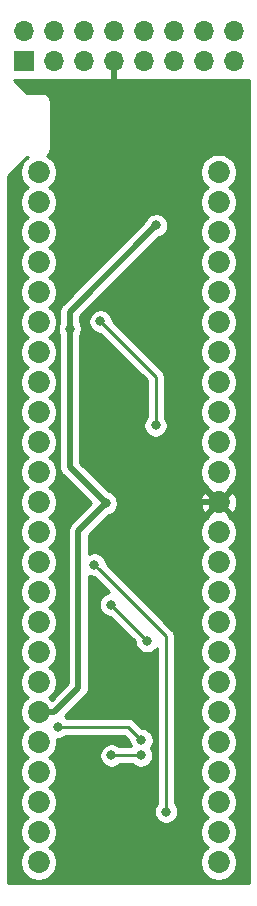
<source format=gbr>
G04 #@! TF.GenerationSoftware,KiCad,Pcbnew,(5.1.4)-1*
G04 #@! TF.CreationDate,2021-01-17T22:07:20+00:00*
G04 #@! TF.ProjectId,Amiga_External,416d6967-615f-4457-9874-65726e616c2e,rev?*
G04 #@! TF.SameCoordinates,Original*
G04 #@! TF.FileFunction,Copper,L2,Bot*
G04 #@! TF.FilePolarity,Positive*
%FSLAX46Y46*%
G04 Gerber Fmt 4.6, Leading zero omitted, Abs format (unit mm)*
G04 Created by KiCad (PCBNEW (5.1.4)-1) date 2021-01-17 22:07:20*
%MOMM*%
%LPD*%
G04 APERTURE LIST*
%ADD10C,1.854200*%
%ADD11R,1.700000X1.700000*%
%ADD12O,1.700000X1.700000*%
%ADD13C,0.800000*%
%ADD14C,0.500000*%
%ADD15C,0.250000*%
%ADD16C,0.254000*%
G04 APERTURE END LIST*
D10*
X142240000Y-76200000D03*
X142240000Y-78740000D03*
X142240000Y-81280000D03*
X142240000Y-83820000D03*
X142240000Y-86360000D03*
X142240000Y-88900000D03*
X142240000Y-91440000D03*
X142240000Y-93980000D03*
X142240000Y-96520000D03*
X142240000Y-99060000D03*
X142240000Y-101600000D03*
X142240000Y-104140000D03*
X142240000Y-106680000D03*
X142240000Y-109220000D03*
X142240000Y-111760000D03*
X142240000Y-114300000D03*
X142240000Y-116840000D03*
X142240000Y-119380000D03*
X142240000Y-121920000D03*
X142240000Y-124460000D03*
X127000000Y-124460000D03*
X127000000Y-121920000D03*
X127000000Y-119380000D03*
X127000000Y-116840000D03*
X127000000Y-114300000D03*
X127000000Y-111760000D03*
X127000000Y-109220000D03*
X127000000Y-106680000D03*
X127000000Y-104140000D03*
X127000000Y-101600000D03*
X127000000Y-96520000D03*
X127000000Y-93980000D03*
X127000000Y-91440000D03*
X127000000Y-88900000D03*
X127000000Y-86360000D03*
X127000000Y-83820000D03*
X127000000Y-81280000D03*
X127000000Y-78740000D03*
X127000000Y-76200000D03*
X127000000Y-99060000D03*
X127000000Y-129540000D03*
X127000000Y-127000000D03*
X127000000Y-132080000D03*
X142240000Y-134620000D03*
X142240000Y-132080000D03*
X127000000Y-134620000D03*
X142240000Y-127000000D03*
X142240000Y-129540000D03*
D11*
X125806200Y-66802000D03*
D12*
X125806200Y-64262000D03*
X128346200Y-66802000D03*
X128346200Y-64262000D03*
X130886200Y-66802000D03*
X130886200Y-64262000D03*
X133426200Y-66802000D03*
X133426200Y-64262000D03*
X135966200Y-66802000D03*
X135966200Y-64262000D03*
X138506200Y-66802000D03*
X138506200Y-64262000D03*
X141046200Y-66802000D03*
X141046200Y-64262000D03*
X143586200Y-66802000D03*
X143586200Y-64262000D03*
D13*
X132689600Y-104216200D03*
X136956800Y-80695800D03*
X129641600Y-89458800D03*
X129235200Y-77774800D03*
X132181600Y-94081600D03*
X133121400Y-112801400D03*
X136194804Y-115874800D03*
X136906000Y-97637600D03*
X132232400Y-88823800D03*
X137795000Y-130327400D03*
X131724400Y-109423198D03*
X135661400Y-125577600D03*
X133172202Y-125577600D03*
X135712200Y-124282200D03*
X128651000Y-123139202D03*
D14*
X128311117Y-121920000D02*
X130378200Y-119852917D01*
X127000000Y-121920000D02*
X128311117Y-121920000D01*
X130378200Y-119852917D02*
X130378200Y-106553000D01*
X130378200Y-106553000D02*
X132689600Y-104241600D01*
X132689600Y-104241600D02*
X132689600Y-104216200D01*
X132689600Y-104216200D02*
X129641600Y-101168200D01*
X129641600Y-88011000D02*
X129641600Y-88893115D01*
X129641600Y-88893115D02*
X129641600Y-89458800D01*
X136956800Y-80695800D02*
X129641600Y-88011000D01*
X129641600Y-90024485D02*
X129641600Y-89458800D01*
X129641600Y-101168200D02*
X129641600Y-90024485D01*
X133426200Y-73583800D02*
X129235200Y-77774800D01*
X133426200Y-71602600D02*
X133426200Y-73583800D01*
X140766800Y-104140000D02*
X142240000Y-104140000D01*
X139446000Y-102819200D02*
X140766800Y-104140000D01*
X139446000Y-78824481D02*
X139446000Y-102819200D01*
X133426200Y-71602600D02*
X133426200Y-72804681D01*
X133426200Y-72804681D02*
X139446000Y-78824481D01*
X133426200Y-71602600D02*
X133426200Y-66802000D01*
D15*
X136194800Y-115874800D02*
X136194804Y-115874800D01*
X133121400Y-112801400D02*
X136194800Y-115874800D01*
X136906000Y-97637600D02*
X136906000Y-93497400D01*
X132632399Y-89223799D02*
X132232400Y-88823800D01*
X136906000Y-93497400D02*
X132632399Y-89223799D01*
X137795000Y-115493798D02*
X132124399Y-109823197D01*
X132124399Y-109823197D02*
X131724400Y-109423198D01*
X137795000Y-130327400D02*
X137795000Y-115493798D01*
X135661400Y-125577600D02*
X133172202Y-125577600D01*
X134569202Y-123139202D02*
X129216685Y-123139202D01*
X129216685Y-123139202D02*
X128651000Y-123139202D01*
X135712200Y-124282200D02*
X134569202Y-123139202D01*
D16*
G36*
X144857001Y-136373400D02*
G01*
X124383000Y-136373400D01*
X124383000Y-76559936D01*
X126013737Y-74929200D01*
X126090182Y-74929200D01*
X126004220Y-74986638D01*
X125786638Y-75204220D01*
X125615685Y-75460068D01*
X125497931Y-75744352D01*
X125437900Y-76046147D01*
X125437900Y-76353853D01*
X125497931Y-76655648D01*
X125615685Y-76939932D01*
X125786638Y-77195780D01*
X126004220Y-77413362D01*
X126088984Y-77470000D01*
X126004220Y-77526638D01*
X125786638Y-77744220D01*
X125615685Y-78000068D01*
X125497931Y-78284352D01*
X125437900Y-78586147D01*
X125437900Y-78893853D01*
X125497931Y-79195648D01*
X125615685Y-79479932D01*
X125786638Y-79735780D01*
X126004220Y-79953362D01*
X126088984Y-80010000D01*
X126004220Y-80066638D01*
X125786638Y-80284220D01*
X125615685Y-80540068D01*
X125497931Y-80824352D01*
X125437900Y-81126147D01*
X125437900Y-81433853D01*
X125497931Y-81735648D01*
X125615685Y-82019932D01*
X125786638Y-82275780D01*
X126004220Y-82493362D01*
X126088984Y-82550000D01*
X126004220Y-82606638D01*
X125786638Y-82824220D01*
X125615685Y-83080068D01*
X125497931Y-83364352D01*
X125437900Y-83666147D01*
X125437900Y-83973853D01*
X125497931Y-84275648D01*
X125615685Y-84559932D01*
X125786638Y-84815780D01*
X126004220Y-85033362D01*
X126088984Y-85090000D01*
X126004220Y-85146638D01*
X125786638Y-85364220D01*
X125615685Y-85620068D01*
X125497931Y-85904352D01*
X125437900Y-86206147D01*
X125437900Y-86513853D01*
X125497931Y-86815648D01*
X125615685Y-87099932D01*
X125786638Y-87355780D01*
X126004220Y-87573362D01*
X126088984Y-87630000D01*
X126004220Y-87686638D01*
X125786638Y-87904220D01*
X125615685Y-88160068D01*
X125497931Y-88444352D01*
X125437900Y-88746147D01*
X125437900Y-89053853D01*
X125497931Y-89355648D01*
X125615685Y-89639932D01*
X125786638Y-89895780D01*
X126004220Y-90113362D01*
X126088984Y-90170000D01*
X126004220Y-90226638D01*
X125786638Y-90444220D01*
X125615685Y-90700068D01*
X125497931Y-90984352D01*
X125437900Y-91286147D01*
X125437900Y-91593853D01*
X125497931Y-91895648D01*
X125615685Y-92179932D01*
X125786638Y-92435780D01*
X126004220Y-92653362D01*
X126088984Y-92710000D01*
X126004220Y-92766638D01*
X125786638Y-92984220D01*
X125615685Y-93240068D01*
X125497931Y-93524352D01*
X125437900Y-93826147D01*
X125437900Y-94133853D01*
X125497931Y-94435648D01*
X125615685Y-94719932D01*
X125786638Y-94975780D01*
X126004220Y-95193362D01*
X126088984Y-95250000D01*
X126004220Y-95306638D01*
X125786638Y-95524220D01*
X125615685Y-95780068D01*
X125497931Y-96064352D01*
X125437900Y-96366147D01*
X125437900Y-96673853D01*
X125497931Y-96975648D01*
X125615685Y-97259932D01*
X125786638Y-97515780D01*
X126004220Y-97733362D01*
X126088984Y-97790000D01*
X126004220Y-97846638D01*
X125786638Y-98064220D01*
X125615685Y-98320068D01*
X125497931Y-98604352D01*
X125437900Y-98906147D01*
X125437900Y-99213853D01*
X125497931Y-99515648D01*
X125615685Y-99799932D01*
X125786638Y-100055780D01*
X126004220Y-100273362D01*
X126088984Y-100330000D01*
X126004220Y-100386638D01*
X125786638Y-100604220D01*
X125615685Y-100860068D01*
X125497931Y-101144352D01*
X125437900Y-101446147D01*
X125437900Y-101753853D01*
X125497931Y-102055648D01*
X125615685Y-102339932D01*
X125786638Y-102595780D01*
X126004220Y-102813362D01*
X126088984Y-102870000D01*
X126004220Y-102926638D01*
X125786638Y-103144220D01*
X125615685Y-103400068D01*
X125497931Y-103684352D01*
X125437900Y-103986147D01*
X125437900Y-104293853D01*
X125497931Y-104595648D01*
X125615685Y-104879932D01*
X125786638Y-105135780D01*
X126004220Y-105353362D01*
X126088984Y-105410000D01*
X126004220Y-105466638D01*
X125786638Y-105684220D01*
X125615685Y-105940068D01*
X125497931Y-106224352D01*
X125437900Y-106526147D01*
X125437900Y-106833853D01*
X125497931Y-107135648D01*
X125615685Y-107419932D01*
X125786638Y-107675780D01*
X126004220Y-107893362D01*
X126088984Y-107950000D01*
X126004220Y-108006638D01*
X125786638Y-108224220D01*
X125615685Y-108480068D01*
X125497931Y-108764352D01*
X125437900Y-109066147D01*
X125437900Y-109373853D01*
X125497931Y-109675648D01*
X125615685Y-109959932D01*
X125786638Y-110215780D01*
X126004220Y-110433362D01*
X126088984Y-110490000D01*
X126004220Y-110546638D01*
X125786638Y-110764220D01*
X125615685Y-111020068D01*
X125497931Y-111304352D01*
X125437900Y-111606147D01*
X125437900Y-111913853D01*
X125497931Y-112215648D01*
X125615685Y-112499932D01*
X125786638Y-112755780D01*
X126004220Y-112973362D01*
X126088984Y-113030000D01*
X126004220Y-113086638D01*
X125786638Y-113304220D01*
X125615685Y-113560068D01*
X125497931Y-113844352D01*
X125437900Y-114146147D01*
X125437900Y-114453853D01*
X125497931Y-114755648D01*
X125615685Y-115039932D01*
X125786638Y-115295780D01*
X126004220Y-115513362D01*
X126088984Y-115570000D01*
X126004220Y-115626638D01*
X125786638Y-115844220D01*
X125615685Y-116100068D01*
X125497931Y-116384352D01*
X125437900Y-116686147D01*
X125437900Y-116993853D01*
X125497931Y-117295648D01*
X125615685Y-117579932D01*
X125786638Y-117835780D01*
X126004220Y-118053362D01*
X126088984Y-118110000D01*
X126004220Y-118166638D01*
X125786638Y-118384220D01*
X125615685Y-118640068D01*
X125497931Y-118924352D01*
X125437900Y-119226147D01*
X125437900Y-119533853D01*
X125497931Y-119835648D01*
X125615685Y-120119932D01*
X125786638Y-120375780D01*
X126004220Y-120593362D01*
X126088984Y-120650000D01*
X126004220Y-120706638D01*
X125786638Y-120924220D01*
X125615685Y-121180068D01*
X125497931Y-121464352D01*
X125437900Y-121766147D01*
X125437900Y-122073853D01*
X125497931Y-122375648D01*
X125615685Y-122659932D01*
X125786638Y-122915780D01*
X126004220Y-123133362D01*
X126088984Y-123190000D01*
X126004220Y-123246638D01*
X125786638Y-123464220D01*
X125615685Y-123720068D01*
X125497931Y-124004352D01*
X125437900Y-124306147D01*
X125437900Y-124613853D01*
X125497931Y-124915648D01*
X125615685Y-125199932D01*
X125786638Y-125455780D01*
X126004220Y-125673362D01*
X126088984Y-125730000D01*
X126004220Y-125786638D01*
X125786638Y-126004220D01*
X125615685Y-126260068D01*
X125497931Y-126544352D01*
X125437900Y-126846147D01*
X125437900Y-127153853D01*
X125497931Y-127455648D01*
X125615685Y-127739932D01*
X125786638Y-127995780D01*
X126004220Y-128213362D01*
X126088984Y-128270000D01*
X126004220Y-128326638D01*
X125786638Y-128544220D01*
X125615685Y-128800068D01*
X125497931Y-129084352D01*
X125437900Y-129386147D01*
X125437900Y-129693853D01*
X125497931Y-129995648D01*
X125615685Y-130279932D01*
X125786638Y-130535780D01*
X126004220Y-130753362D01*
X126088984Y-130810000D01*
X126004220Y-130866638D01*
X125786638Y-131084220D01*
X125615685Y-131340068D01*
X125497931Y-131624352D01*
X125437900Y-131926147D01*
X125437900Y-132233853D01*
X125497931Y-132535648D01*
X125615685Y-132819932D01*
X125786638Y-133075780D01*
X126004220Y-133293362D01*
X126088984Y-133350000D01*
X126004220Y-133406638D01*
X125786638Y-133624220D01*
X125615685Y-133880068D01*
X125497931Y-134164352D01*
X125437900Y-134466147D01*
X125437900Y-134773853D01*
X125497931Y-135075648D01*
X125615685Y-135359932D01*
X125786638Y-135615780D01*
X126004220Y-135833362D01*
X126260068Y-136004315D01*
X126544352Y-136122069D01*
X126846147Y-136182100D01*
X127153853Y-136182100D01*
X127455648Y-136122069D01*
X127739932Y-136004315D01*
X127995780Y-135833362D01*
X128213362Y-135615780D01*
X128384315Y-135359932D01*
X128502069Y-135075648D01*
X128562100Y-134773853D01*
X128562100Y-134466147D01*
X128502069Y-134164352D01*
X128384315Y-133880068D01*
X128213362Y-133624220D01*
X127995780Y-133406638D01*
X127911016Y-133350000D01*
X127995780Y-133293362D01*
X128213362Y-133075780D01*
X128384315Y-132819932D01*
X128502069Y-132535648D01*
X128562100Y-132233853D01*
X128562100Y-131926147D01*
X128502069Y-131624352D01*
X128384315Y-131340068D01*
X128213362Y-131084220D01*
X127995780Y-130866638D01*
X127911016Y-130810000D01*
X127995780Y-130753362D01*
X128213362Y-130535780D01*
X128384315Y-130279932D01*
X128502069Y-129995648D01*
X128562100Y-129693853D01*
X128562100Y-129386147D01*
X128502069Y-129084352D01*
X128384315Y-128800068D01*
X128213362Y-128544220D01*
X127995780Y-128326638D01*
X127911016Y-128270000D01*
X127995780Y-128213362D01*
X128213362Y-127995780D01*
X128384315Y-127739932D01*
X128502069Y-127455648D01*
X128562100Y-127153853D01*
X128562100Y-126846147D01*
X128502069Y-126544352D01*
X128384315Y-126260068D01*
X128213362Y-126004220D01*
X127995780Y-125786638D01*
X127911016Y-125730000D01*
X127995780Y-125673362D01*
X128213362Y-125455780D01*
X128384315Y-125199932D01*
X128502069Y-124915648D01*
X128562100Y-124613853D01*
X128562100Y-124306147D01*
X128535310Y-124171467D01*
X128549061Y-124174202D01*
X128752939Y-124174202D01*
X128952898Y-124134428D01*
X129141256Y-124056407D01*
X129310774Y-123943139D01*
X129354711Y-123899202D01*
X134254401Y-123899202D01*
X134677200Y-124322002D01*
X134677200Y-124384139D01*
X134716974Y-124584098D01*
X134794995Y-124772456D01*
X134825159Y-124817600D01*
X133875913Y-124817600D01*
X133831976Y-124773663D01*
X133662458Y-124660395D01*
X133474100Y-124582374D01*
X133274141Y-124542600D01*
X133070263Y-124542600D01*
X132870304Y-124582374D01*
X132681946Y-124660395D01*
X132512428Y-124773663D01*
X132368265Y-124917826D01*
X132254997Y-125087344D01*
X132176976Y-125275702D01*
X132137202Y-125475661D01*
X132137202Y-125679539D01*
X132176976Y-125879498D01*
X132254997Y-126067856D01*
X132368265Y-126237374D01*
X132512428Y-126381537D01*
X132681946Y-126494805D01*
X132870304Y-126572826D01*
X133070263Y-126612600D01*
X133274141Y-126612600D01*
X133474100Y-126572826D01*
X133662458Y-126494805D01*
X133831976Y-126381537D01*
X133875913Y-126337600D01*
X134957689Y-126337600D01*
X135001626Y-126381537D01*
X135171144Y-126494805D01*
X135359502Y-126572826D01*
X135559461Y-126612600D01*
X135763339Y-126612600D01*
X135963298Y-126572826D01*
X136151656Y-126494805D01*
X136321174Y-126381537D01*
X136465337Y-126237374D01*
X136578605Y-126067856D01*
X136656626Y-125879498D01*
X136696400Y-125679539D01*
X136696400Y-125475661D01*
X136656626Y-125275702D01*
X136578605Y-125087344D01*
X136495357Y-124962754D01*
X136516137Y-124941974D01*
X136629405Y-124772456D01*
X136707426Y-124584098D01*
X136747200Y-124384139D01*
X136747200Y-124180261D01*
X136707426Y-123980302D01*
X136629405Y-123791944D01*
X136516137Y-123622426D01*
X136371974Y-123478263D01*
X136202456Y-123364995D01*
X136014098Y-123286974D01*
X135814139Y-123247200D01*
X135752002Y-123247200D01*
X135133006Y-122628204D01*
X135109203Y-122599201D01*
X134993478Y-122504228D01*
X134861449Y-122433656D01*
X134718188Y-122390199D01*
X134606535Y-122379202D01*
X134606524Y-122379202D01*
X134569202Y-122375526D01*
X134531880Y-122379202D01*
X129354711Y-122379202D01*
X129310774Y-122335265D01*
X129212856Y-122269839D01*
X130973250Y-120509446D01*
X131007017Y-120481734D01*
X131059380Y-120417931D01*
X131117611Y-120346976D01*
X131199788Y-120193231D01*
X131199789Y-120193230D01*
X131250395Y-120026407D01*
X131263200Y-119896394D01*
X131263200Y-119896386D01*
X131267481Y-119852917D01*
X131263200Y-119809448D01*
X131263200Y-110352438D01*
X131422502Y-110418424D01*
X131622461Y-110458198D01*
X131684599Y-110458198D01*
X132997224Y-111770823D01*
X132819502Y-111806174D01*
X132631144Y-111884195D01*
X132461626Y-111997463D01*
X132317463Y-112141626D01*
X132204195Y-112311144D01*
X132126174Y-112499502D01*
X132086400Y-112699461D01*
X132086400Y-112903339D01*
X132126174Y-113103298D01*
X132204195Y-113291656D01*
X132317463Y-113461174D01*
X132461626Y-113605337D01*
X132631144Y-113718605D01*
X132819502Y-113796626D01*
X133019461Y-113836400D01*
X133081599Y-113836400D01*
X135159804Y-115914606D01*
X135159804Y-115976739D01*
X135199578Y-116176698D01*
X135277599Y-116365056D01*
X135390867Y-116534574D01*
X135535030Y-116678737D01*
X135704548Y-116792005D01*
X135892906Y-116870026D01*
X136092865Y-116909800D01*
X136296743Y-116909800D01*
X136496702Y-116870026D01*
X136685060Y-116792005D01*
X136854578Y-116678737D01*
X136998741Y-116534574D01*
X137035001Y-116480307D01*
X137035000Y-129623689D01*
X136991063Y-129667626D01*
X136877795Y-129837144D01*
X136799774Y-130025502D01*
X136760000Y-130225461D01*
X136760000Y-130429339D01*
X136799774Y-130629298D01*
X136877795Y-130817656D01*
X136991063Y-130987174D01*
X137135226Y-131131337D01*
X137304744Y-131244605D01*
X137493102Y-131322626D01*
X137693061Y-131362400D01*
X137896939Y-131362400D01*
X138096898Y-131322626D01*
X138285256Y-131244605D01*
X138454774Y-131131337D01*
X138598937Y-130987174D01*
X138712205Y-130817656D01*
X138790226Y-130629298D01*
X138830000Y-130429339D01*
X138830000Y-130225461D01*
X138790226Y-130025502D01*
X138712205Y-129837144D01*
X138598937Y-129667626D01*
X138555000Y-129623689D01*
X138555000Y-115531121D01*
X138558676Y-115493798D01*
X138555000Y-115456475D01*
X138555000Y-115456465D01*
X138544003Y-115344812D01*
X138500546Y-115201551D01*
X138429974Y-115069522D01*
X138335001Y-114953797D01*
X138306003Y-114929999D01*
X132759400Y-109383397D01*
X132759400Y-109321259D01*
X132719626Y-109121300D01*
X132641605Y-108932942D01*
X132528337Y-108763424D01*
X132384174Y-108619261D01*
X132214656Y-108505993D01*
X132026298Y-108427972D01*
X131826339Y-108388198D01*
X131622461Y-108388198D01*
X131422502Y-108427972D01*
X131263200Y-108493958D01*
X131263200Y-106919578D01*
X131656631Y-106526147D01*
X140677900Y-106526147D01*
X140677900Y-106833853D01*
X140737931Y-107135648D01*
X140855685Y-107419932D01*
X141026638Y-107675780D01*
X141244220Y-107893362D01*
X141328984Y-107950000D01*
X141244220Y-108006638D01*
X141026638Y-108224220D01*
X140855685Y-108480068D01*
X140737931Y-108764352D01*
X140677900Y-109066147D01*
X140677900Y-109373853D01*
X140737931Y-109675648D01*
X140855685Y-109959932D01*
X141026638Y-110215780D01*
X141244220Y-110433362D01*
X141328984Y-110490000D01*
X141244220Y-110546638D01*
X141026638Y-110764220D01*
X140855685Y-111020068D01*
X140737931Y-111304352D01*
X140677900Y-111606147D01*
X140677900Y-111913853D01*
X140737931Y-112215648D01*
X140855685Y-112499932D01*
X141026638Y-112755780D01*
X141244220Y-112973362D01*
X141328984Y-113030000D01*
X141244220Y-113086638D01*
X141026638Y-113304220D01*
X140855685Y-113560068D01*
X140737931Y-113844352D01*
X140677900Y-114146147D01*
X140677900Y-114453853D01*
X140737931Y-114755648D01*
X140855685Y-115039932D01*
X141026638Y-115295780D01*
X141244220Y-115513362D01*
X141328984Y-115570000D01*
X141244220Y-115626638D01*
X141026638Y-115844220D01*
X140855685Y-116100068D01*
X140737931Y-116384352D01*
X140677900Y-116686147D01*
X140677900Y-116993853D01*
X140737931Y-117295648D01*
X140855685Y-117579932D01*
X141026638Y-117835780D01*
X141244220Y-118053362D01*
X141328984Y-118110000D01*
X141244220Y-118166638D01*
X141026638Y-118384220D01*
X140855685Y-118640068D01*
X140737931Y-118924352D01*
X140677900Y-119226147D01*
X140677900Y-119533853D01*
X140737931Y-119835648D01*
X140855685Y-120119932D01*
X141026638Y-120375780D01*
X141244220Y-120593362D01*
X141328984Y-120650000D01*
X141244220Y-120706638D01*
X141026638Y-120924220D01*
X140855685Y-121180068D01*
X140737931Y-121464352D01*
X140677900Y-121766147D01*
X140677900Y-122073853D01*
X140737931Y-122375648D01*
X140855685Y-122659932D01*
X141026638Y-122915780D01*
X141244220Y-123133362D01*
X141328984Y-123190000D01*
X141244220Y-123246638D01*
X141026638Y-123464220D01*
X140855685Y-123720068D01*
X140737931Y-124004352D01*
X140677900Y-124306147D01*
X140677900Y-124613853D01*
X140737931Y-124915648D01*
X140855685Y-125199932D01*
X141026638Y-125455780D01*
X141244220Y-125673362D01*
X141328984Y-125730000D01*
X141244220Y-125786638D01*
X141026638Y-126004220D01*
X140855685Y-126260068D01*
X140737931Y-126544352D01*
X140677900Y-126846147D01*
X140677900Y-127153853D01*
X140737931Y-127455648D01*
X140855685Y-127739932D01*
X141026638Y-127995780D01*
X141244220Y-128213362D01*
X141328984Y-128270000D01*
X141244220Y-128326638D01*
X141026638Y-128544220D01*
X140855685Y-128800068D01*
X140737931Y-129084352D01*
X140677900Y-129386147D01*
X140677900Y-129693853D01*
X140737931Y-129995648D01*
X140855685Y-130279932D01*
X141026638Y-130535780D01*
X141244220Y-130753362D01*
X141328984Y-130810000D01*
X141244220Y-130866638D01*
X141026638Y-131084220D01*
X140855685Y-131340068D01*
X140737931Y-131624352D01*
X140677900Y-131926147D01*
X140677900Y-132233853D01*
X140737931Y-132535648D01*
X140855685Y-132819932D01*
X141026638Y-133075780D01*
X141244220Y-133293362D01*
X141328984Y-133350000D01*
X141244220Y-133406638D01*
X141026638Y-133624220D01*
X140855685Y-133880068D01*
X140737931Y-134164352D01*
X140677900Y-134466147D01*
X140677900Y-134773853D01*
X140737931Y-135075648D01*
X140855685Y-135359932D01*
X141026638Y-135615780D01*
X141244220Y-135833362D01*
X141500068Y-136004315D01*
X141784352Y-136122069D01*
X142086147Y-136182100D01*
X142393853Y-136182100D01*
X142695648Y-136122069D01*
X142979932Y-136004315D01*
X143235780Y-135833362D01*
X143453362Y-135615780D01*
X143624315Y-135359932D01*
X143742069Y-135075648D01*
X143802100Y-134773853D01*
X143802100Y-134466147D01*
X143742069Y-134164352D01*
X143624315Y-133880068D01*
X143453362Y-133624220D01*
X143235780Y-133406638D01*
X143151016Y-133350000D01*
X143235780Y-133293362D01*
X143453362Y-133075780D01*
X143624315Y-132819932D01*
X143742069Y-132535648D01*
X143802100Y-132233853D01*
X143802100Y-131926147D01*
X143742069Y-131624352D01*
X143624315Y-131340068D01*
X143453362Y-131084220D01*
X143235780Y-130866638D01*
X143151016Y-130810000D01*
X143235780Y-130753362D01*
X143453362Y-130535780D01*
X143624315Y-130279932D01*
X143742069Y-129995648D01*
X143802100Y-129693853D01*
X143802100Y-129386147D01*
X143742069Y-129084352D01*
X143624315Y-128800068D01*
X143453362Y-128544220D01*
X143235780Y-128326638D01*
X143151016Y-128270000D01*
X143235780Y-128213362D01*
X143453362Y-127995780D01*
X143624315Y-127739932D01*
X143742069Y-127455648D01*
X143802100Y-127153853D01*
X143802100Y-126846147D01*
X143742069Y-126544352D01*
X143624315Y-126260068D01*
X143453362Y-126004220D01*
X143235780Y-125786638D01*
X143151016Y-125730000D01*
X143235780Y-125673362D01*
X143453362Y-125455780D01*
X143624315Y-125199932D01*
X143742069Y-124915648D01*
X143802100Y-124613853D01*
X143802100Y-124306147D01*
X143742069Y-124004352D01*
X143624315Y-123720068D01*
X143453362Y-123464220D01*
X143235780Y-123246638D01*
X143151016Y-123190000D01*
X143235780Y-123133362D01*
X143453362Y-122915780D01*
X143624315Y-122659932D01*
X143742069Y-122375648D01*
X143802100Y-122073853D01*
X143802100Y-121766147D01*
X143742069Y-121464352D01*
X143624315Y-121180068D01*
X143453362Y-120924220D01*
X143235780Y-120706638D01*
X143151016Y-120650000D01*
X143235780Y-120593362D01*
X143453362Y-120375780D01*
X143624315Y-120119932D01*
X143742069Y-119835648D01*
X143802100Y-119533853D01*
X143802100Y-119226147D01*
X143742069Y-118924352D01*
X143624315Y-118640068D01*
X143453362Y-118384220D01*
X143235780Y-118166638D01*
X143151016Y-118110000D01*
X143235780Y-118053362D01*
X143453362Y-117835780D01*
X143624315Y-117579932D01*
X143742069Y-117295648D01*
X143802100Y-116993853D01*
X143802100Y-116686147D01*
X143742069Y-116384352D01*
X143624315Y-116100068D01*
X143453362Y-115844220D01*
X143235780Y-115626638D01*
X143151016Y-115570000D01*
X143235780Y-115513362D01*
X143453362Y-115295780D01*
X143624315Y-115039932D01*
X143742069Y-114755648D01*
X143802100Y-114453853D01*
X143802100Y-114146147D01*
X143742069Y-113844352D01*
X143624315Y-113560068D01*
X143453362Y-113304220D01*
X143235780Y-113086638D01*
X143151016Y-113030000D01*
X143235780Y-112973362D01*
X143453362Y-112755780D01*
X143624315Y-112499932D01*
X143742069Y-112215648D01*
X143802100Y-111913853D01*
X143802100Y-111606147D01*
X143742069Y-111304352D01*
X143624315Y-111020068D01*
X143453362Y-110764220D01*
X143235780Y-110546638D01*
X143151016Y-110490000D01*
X143235780Y-110433362D01*
X143453362Y-110215780D01*
X143624315Y-109959932D01*
X143742069Y-109675648D01*
X143802100Y-109373853D01*
X143802100Y-109066147D01*
X143742069Y-108764352D01*
X143624315Y-108480068D01*
X143453362Y-108224220D01*
X143235780Y-108006638D01*
X143151016Y-107950000D01*
X143235780Y-107893362D01*
X143453362Y-107675780D01*
X143624315Y-107419932D01*
X143742069Y-107135648D01*
X143802100Y-106833853D01*
X143802100Y-106526147D01*
X143742069Y-106224352D01*
X143624315Y-105940068D01*
X143453362Y-105684220D01*
X143235780Y-105466638D01*
X143093640Y-105371662D01*
X143143810Y-105223416D01*
X142240000Y-104319605D01*
X141336190Y-105223416D01*
X141386360Y-105371662D01*
X141244220Y-105466638D01*
X141026638Y-105684220D01*
X140855685Y-105940068D01*
X140737931Y-106224352D01*
X140677900Y-106526147D01*
X131656631Y-106526147D01*
X132966351Y-105216428D01*
X132991498Y-105211426D01*
X133179856Y-105133405D01*
X133349374Y-105020137D01*
X133493537Y-104875974D01*
X133606805Y-104706456D01*
X133684826Y-104518098D01*
X133724600Y-104318139D01*
X133724600Y-104205480D01*
X140671708Y-104205480D01*
X140714617Y-104510180D01*
X140816145Y-104800655D01*
X140899635Y-104956852D01*
X141156584Y-105043810D01*
X142060395Y-104140000D01*
X142419605Y-104140000D01*
X143323416Y-105043810D01*
X143580365Y-104956852D01*
X143713971Y-104679664D01*
X143790933Y-104381737D01*
X143808292Y-104074520D01*
X143765383Y-103769820D01*
X143663855Y-103479345D01*
X143580365Y-103323148D01*
X143323416Y-103236190D01*
X142419605Y-104140000D01*
X142060395Y-104140000D01*
X141156584Y-103236190D01*
X140899635Y-103323148D01*
X140766029Y-103600336D01*
X140689067Y-103898263D01*
X140671708Y-104205480D01*
X133724600Y-104205480D01*
X133724600Y-104114261D01*
X133684826Y-103914302D01*
X133606805Y-103725944D01*
X133493537Y-103556426D01*
X133349374Y-103412263D01*
X133179856Y-103298995D01*
X132991498Y-103220974D01*
X132934644Y-103209665D01*
X130526600Y-100801622D01*
X130526600Y-89997254D01*
X130558805Y-89949056D01*
X130636826Y-89760698D01*
X130676600Y-89560739D01*
X130676600Y-89356861D01*
X130636826Y-89156902D01*
X130558805Y-88968544D01*
X130526600Y-88920346D01*
X130526600Y-88721861D01*
X131197400Y-88721861D01*
X131197400Y-88925739D01*
X131237174Y-89125698D01*
X131315195Y-89314056D01*
X131428463Y-89483574D01*
X131572626Y-89627737D01*
X131742144Y-89741005D01*
X131930502Y-89819026D01*
X132130461Y-89858800D01*
X132192599Y-89858800D01*
X136146001Y-93812204D01*
X136146000Y-96933889D01*
X136102063Y-96977826D01*
X135988795Y-97147344D01*
X135910774Y-97335702D01*
X135871000Y-97535661D01*
X135871000Y-97739539D01*
X135910774Y-97939498D01*
X135988795Y-98127856D01*
X136102063Y-98297374D01*
X136246226Y-98441537D01*
X136415744Y-98554805D01*
X136604102Y-98632826D01*
X136804061Y-98672600D01*
X137007939Y-98672600D01*
X137207898Y-98632826D01*
X137396256Y-98554805D01*
X137565774Y-98441537D01*
X137709937Y-98297374D01*
X137823205Y-98127856D01*
X137901226Y-97939498D01*
X137941000Y-97739539D01*
X137941000Y-97535661D01*
X137901226Y-97335702D01*
X137823205Y-97147344D01*
X137709937Y-96977826D01*
X137666000Y-96933889D01*
X137666000Y-93534722D01*
X137669676Y-93497399D01*
X137666000Y-93460076D01*
X137666000Y-93460067D01*
X137655003Y-93348414D01*
X137611546Y-93205153D01*
X137540974Y-93073124D01*
X137527811Y-93057085D01*
X137469799Y-92986396D01*
X137469795Y-92986392D01*
X137446001Y-92957399D01*
X137417008Y-92933605D01*
X133267400Y-88783999D01*
X133267400Y-88721861D01*
X133227626Y-88521902D01*
X133149605Y-88333544D01*
X133036337Y-88164026D01*
X132892174Y-88019863D01*
X132722656Y-87906595D01*
X132534298Y-87828574D01*
X132334339Y-87788800D01*
X132130461Y-87788800D01*
X131930502Y-87828574D01*
X131742144Y-87906595D01*
X131572626Y-88019863D01*
X131428463Y-88164026D01*
X131315195Y-88333544D01*
X131237174Y-88521902D01*
X131197400Y-88721861D01*
X130526600Y-88721861D01*
X130526600Y-88377578D01*
X137201844Y-81702335D01*
X137258698Y-81691026D01*
X137447056Y-81613005D01*
X137616574Y-81499737D01*
X137760737Y-81355574D01*
X137874005Y-81186056D01*
X137952026Y-80997698D01*
X137991800Y-80797739D01*
X137991800Y-80593861D01*
X137952026Y-80393902D01*
X137874005Y-80205544D01*
X137760737Y-80036026D01*
X137616574Y-79891863D01*
X137447056Y-79778595D01*
X137258698Y-79700574D01*
X137058739Y-79660800D01*
X136854861Y-79660800D01*
X136654902Y-79700574D01*
X136466544Y-79778595D01*
X136297026Y-79891863D01*
X136152863Y-80036026D01*
X136039595Y-80205544D01*
X135961574Y-80393902D01*
X135950265Y-80450756D01*
X129046556Y-87354466D01*
X129012783Y-87382183D01*
X128902189Y-87516942D01*
X128820011Y-87670688D01*
X128769405Y-87837511D01*
X128756600Y-87967524D01*
X128756600Y-87967531D01*
X128752319Y-88011000D01*
X128756600Y-88054469D01*
X128756600Y-88920346D01*
X128724395Y-88968544D01*
X128646374Y-89156902D01*
X128606600Y-89356861D01*
X128606600Y-89560739D01*
X128646374Y-89760698D01*
X128724395Y-89949056D01*
X128756600Y-89997254D01*
X128756600Y-90067961D01*
X128756601Y-90067971D01*
X128756600Y-101124731D01*
X128752319Y-101168200D01*
X128756600Y-101211669D01*
X128756600Y-101211676D01*
X128769405Y-101341689D01*
X128820011Y-101508512D01*
X128902189Y-101662258D01*
X129012783Y-101797017D01*
X129046556Y-101824734D01*
X131450721Y-104228900D01*
X129783151Y-105896471D01*
X129749384Y-105924183D01*
X129721671Y-105957951D01*
X129721668Y-105957954D01*
X129638790Y-106058941D01*
X129556612Y-106212687D01*
X129506005Y-106379510D01*
X129488919Y-106553000D01*
X129493201Y-106596479D01*
X129493200Y-119486338D01*
X128134340Y-120845198D01*
X127995780Y-120706638D01*
X127911016Y-120650000D01*
X127995780Y-120593362D01*
X128213362Y-120375780D01*
X128384315Y-120119932D01*
X128502069Y-119835648D01*
X128562100Y-119533853D01*
X128562100Y-119226147D01*
X128502069Y-118924352D01*
X128384315Y-118640068D01*
X128213362Y-118384220D01*
X127995780Y-118166638D01*
X127911016Y-118110000D01*
X127995780Y-118053362D01*
X128213362Y-117835780D01*
X128384315Y-117579932D01*
X128502069Y-117295648D01*
X128562100Y-116993853D01*
X128562100Y-116686147D01*
X128502069Y-116384352D01*
X128384315Y-116100068D01*
X128213362Y-115844220D01*
X127995780Y-115626638D01*
X127911016Y-115570000D01*
X127995780Y-115513362D01*
X128213362Y-115295780D01*
X128384315Y-115039932D01*
X128502069Y-114755648D01*
X128562100Y-114453853D01*
X128562100Y-114146147D01*
X128502069Y-113844352D01*
X128384315Y-113560068D01*
X128213362Y-113304220D01*
X127995780Y-113086638D01*
X127911016Y-113030000D01*
X127995780Y-112973362D01*
X128213362Y-112755780D01*
X128384315Y-112499932D01*
X128502069Y-112215648D01*
X128562100Y-111913853D01*
X128562100Y-111606147D01*
X128502069Y-111304352D01*
X128384315Y-111020068D01*
X128213362Y-110764220D01*
X127995780Y-110546638D01*
X127911016Y-110490000D01*
X127995780Y-110433362D01*
X128213362Y-110215780D01*
X128384315Y-109959932D01*
X128502069Y-109675648D01*
X128562100Y-109373853D01*
X128562100Y-109066147D01*
X128502069Y-108764352D01*
X128384315Y-108480068D01*
X128213362Y-108224220D01*
X127995780Y-108006638D01*
X127911016Y-107950000D01*
X127995780Y-107893362D01*
X128213362Y-107675780D01*
X128384315Y-107419932D01*
X128502069Y-107135648D01*
X128562100Y-106833853D01*
X128562100Y-106526147D01*
X128502069Y-106224352D01*
X128384315Y-105940068D01*
X128213362Y-105684220D01*
X127995780Y-105466638D01*
X127911016Y-105410000D01*
X127995780Y-105353362D01*
X128213362Y-105135780D01*
X128384315Y-104879932D01*
X128502069Y-104595648D01*
X128562100Y-104293853D01*
X128562100Y-103986147D01*
X128502069Y-103684352D01*
X128384315Y-103400068D01*
X128213362Y-103144220D01*
X127995780Y-102926638D01*
X127911016Y-102870000D01*
X127995780Y-102813362D01*
X128213362Y-102595780D01*
X128384315Y-102339932D01*
X128502069Y-102055648D01*
X128562100Y-101753853D01*
X128562100Y-101446147D01*
X128502069Y-101144352D01*
X128384315Y-100860068D01*
X128213362Y-100604220D01*
X127995780Y-100386638D01*
X127911016Y-100330000D01*
X127995780Y-100273362D01*
X128213362Y-100055780D01*
X128384315Y-99799932D01*
X128502069Y-99515648D01*
X128562100Y-99213853D01*
X128562100Y-98906147D01*
X128502069Y-98604352D01*
X128384315Y-98320068D01*
X128213362Y-98064220D01*
X127995780Y-97846638D01*
X127911016Y-97790000D01*
X127995780Y-97733362D01*
X128213362Y-97515780D01*
X128384315Y-97259932D01*
X128502069Y-96975648D01*
X128562100Y-96673853D01*
X128562100Y-96366147D01*
X128502069Y-96064352D01*
X128384315Y-95780068D01*
X128213362Y-95524220D01*
X127995780Y-95306638D01*
X127911016Y-95250000D01*
X127995780Y-95193362D01*
X128213362Y-94975780D01*
X128384315Y-94719932D01*
X128502069Y-94435648D01*
X128562100Y-94133853D01*
X128562100Y-93826147D01*
X128502069Y-93524352D01*
X128384315Y-93240068D01*
X128213362Y-92984220D01*
X127995780Y-92766638D01*
X127911016Y-92710000D01*
X127995780Y-92653362D01*
X128213362Y-92435780D01*
X128384315Y-92179932D01*
X128502069Y-91895648D01*
X128562100Y-91593853D01*
X128562100Y-91286147D01*
X128502069Y-90984352D01*
X128384315Y-90700068D01*
X128213362Y-90444220D01*
X127995780Y-90226638D01*
X127911016Y-90170000D01*
X127995780Y-90113362D01*
X128213362Y-89895780D01*
X128384315Y-89639932D01*
X128502069Y-89355648D01*
X128562100Y-89053853D01*
X128562100Y-88746147D01*
X128502069Y-88444352D01*
X128384315Y-88160068D01*
X128213362Y-87904220D01*
X127995780Y-87686638D01*
X127911016Y-87630000D01*
X127995780Y-87573362D01*
X128213362Y-87355780D01*
X128384315Y-87099932D01*
X128502069Y-86815648D01*
X128562100Y-86513853D01*
X128562100Y-86206147D01*
X128502069Y-85904352D01*
X128384315Y-85620068D01*
X128213362Y-85364220D01*
X127995780Y-85146638D01*
X127911016Y-85090000D01*
X127995780Y-85033362D01*
X128213362Y-84815780D01*
X128384315Y-84559932D01*
X128502069Y-84275648D01*
X128562100Y-83973853D01*
X128562100Y-83666147D01*
X128502069Y-83364352D01*
X128384315Y-83080068D01*
X128213362Y-82824220D01*
X127995780Y-82606638D01*
X127911016Y-82550000D01*
X127995780Y-82493362D01*
X128213362Y-82275780D01*
X128384315Y-82019932D01*
X128502069Y-81735648D01*
X128562100Y-81433853D01*
X128562100Y-81126147D01*
X128502069Y-80824352D01*
X128384315Y-80540068D01*
X128213362Y-80284220D01*
X127995780Y-80066638D01*
X127911016Y-80010000D01*
X127995780Y-79953362D01*
X128213362Y-79735780D01*
X128384315Y-79479932D01*
X128502069Y-79195648D01*
X128562100Y-78893853D01*
X128562100Y-78586147D01*
X128502069Y-78284352D01*
X128384315Y-78000068D01*
X128213362Y-77744220D01*
X127995780Y-77526638D01*
X127911016Y-77470000D01*
X127995780Y-77413362D01*
X128213362Y-77195780D01*
X128384315Y-76939932D01*
X128502069Y-76655648D01*
X128562100Y-76353853D01*
X128562100Y-76046147D01*
X140677900Y-76046147D01*
X140677900Y-76353853D01*
X140737931Y-76655648D01*
X140855685Y-76939932D01*
X141026638Y-77195780D01*
X141244220Y-77413362D01*
X141328984Y-77470000D01*
X141244220Y-77526638D01*
X141026638Y-77744220D01*
X140855685Y-78000068D01*
X140737931Y-78284352D01*
X140677900Y-78586147D01*
X140677900Y-78893853D01*
X140737931Y-79195648D01*
X140855685Y-79479932D01*
X141026638Y-79735780D01*
X141244220Y-79953362D01*
X141328984Y-80010000D01*
X141244220Y-80066638D01*
X141026638Y-80284220D01*
X140855685Y-80540068D01*
X140737931Y-80824352D01*
X140677900Y-81126147D01*
X140677900Y-81433853D01*
X140737931Y-81735648D01*
X140855685Y-82019932D01*
X141026638Y-82275780D01*
X141244220Y-82493362D01*
X141328984Y-82550000D01*
X141244220Y-82606638D01*
X141026638Y-82824220D01*
X140855685Y-83080068D01*
X140737931Y-83364352D01*
X140677900Y-83666147D01*
X140677900Y-83973853D01*
X140737931Y-84275648D01*
X140855685Y-84559932D01*
X141026638Y-84815780D01*
X141244220Y-85033362D01*
X141328984Y-85090000D01*
X141244220Y-85146638D01*
X141026638Y-85364220D01*
X140855685Y-85620068D01*
X140737931Y-85904352D01*
X140677900Y-86206147D01*
X140677900Y-86513853D01*
X140737931Y-86815648D01*
X140855685Y-87099932D01*
X141026638Y-87355780D01*
X141244220Y-87573362D01*
X141328984Y-87630000D01*
X141244220Y-87686638D01*
X141026638Y-87904220D01*
X140855685Y-88160068D01*
X140737931Y-88444352D01*
X140677900Y-88746147D01*
X140677900Y-89053853D01*
X140737931Y-89355648D01*
X140855685Y-89639932D01*
X141026638Y-89895780D01*
X141244220Y-90113362D01*
X141328984Y-90170000D01*
X141244220Y-90226638D01*
X141026638Y-90444220D01*
X140855685Y-90700068D01*
X140737931Y-90984352D01*
X140677900Y-91286147D01*
X140677900Y-91593853D01*
X140737931Y-91895648D01*
X140855685Y-92179932D01*
X141026638Y-92435780D01*
X141244220Y-92653362D01*
X141328984Y-92710000D01*
X141244220Y-92766638D01*
X141026638Y-92984220D01*
X140855685Y-93240068D01*
X140737931Y-93524352D01*
X140677900Y-93826147D01*
X140677900Y-94133853D01*
X140737931Y-94435648D01*
X140855685Y-94719932D01*
X141026638Y-94975780D01*
X141244220Y-95193362D01*
X141328984Y-95250000D01*
X141244220Y-95306638D01*
X141026638Y-95524220D01*
X140855685Y-95780068D01*
X140737931Y-96064352D01*
X140677900Y-96366147D01*
X140677900Y-96673853D01*
X140737931Y-96975648D01*
X140855685Y-97259932D01*
X141026638Y-97515780D01*
X141244220Y-97733362D01*
X141328984Y-97790000D01*
X141244220Y-97846638D01*
X141026638Y-98064220D01*
X140855685Y-98320068D01*
X140737931Y-98604352D01*
X140677900Y-98906147D01*
X140677900Y-99213853D01*
X140737931Y-99515648D01*
X140855685Y-99799932D01*
X141026638Y-100055780D01*
X141244220Y-100273362D01*
X141328984Y-100330000D01*
X141244220Y-100386638D01*
X141026638Y-100604220D01*
X140855685Y-100860068D01*
X140737931Y-101144352D01*
X140677900Y-101446147D01*
X140677900Y-101753853D01*
X140737931Y-102055648D01*
X140855685Y-102339932D01*
X141026638Y-102595780D01*
X141244220Y-102813362D01*
X141386360Y-102908338D01*
X141336190Y-103056584D01*
X142240000Y-103960395D01*
X143143810Y-103056584D01*
X143093640Y-102908338D01*
X143235780Y-102813362D01*
X143453362Y-102595780D01*
X143624315Y-102339932D01*
X143742069Y-102055648D01*
X143802100Y-101753853D01*
X143802100Y-101446147D01*
X143742069Y-101144352D01*
X143624315Y-100860068D01*
X143453362Y-100604220D01*
X143235780Y-100386638D01*
X143151016Y-100330000D01*
X143235780Y-100273362D01*
X143453362Y-100055780D01*
X143624315Y-99799932D01*
X143742069Y-99515648D01*
X143802100Y-99213853D01*
X143802100Y-98906147D01*
X143742069Y-98604352D01*
X143624315Y-98320068D01*
X143453362Y-98064220D01*
X143235780Y-97846638D01*
X143151016Y-97790000D01*
X143235780Y-97733362D01*
X143453362Y-97515780D01*
X143624315Y-97259932D01*
X143742069Y-96975648D01*
X143802100Y-96673853D01*
X143802100Y-96366147D01*
X143742069Y-96064352D01*
X143624315Y-95780068D01*
X143453362Y-95524220D01*
X143235780Y-95306638D01*
X143151016Y-95250000D01*
X143235780Y-95193362D01*
X143453362Y-94975780D01*
X143624315Y-94719932D01*
X143742069Y-94435648D01*
X143802100Y-94133853D01*
X143802100Y-93826147D01*
X143742069Y-93524352D01*
X143624315Y-93240068D01*
X143453362Y-92984220D01*
X143235780Y-92766638D01*
X143151016Y-92710000D01*
X143235780Y-92653362D01*
X143453362Y-92435780D01*
X143624315Y-92179932D01*
X143742069Y-91895648D01*
X143802100Y-91593853D01*
X143802100Y-91286147D01*
X143742069Y-90984352D01*
X143624315Y-90700068D01*
X143453362Y-90444220D01*
X143235780Y-90226638D01*
X143151016Y-90170000D01*
X143235780Y-90113362D01*
X143453362Y-89895780D01*
X143624315Y-89639932D01*
X143742069Y-89355648D01*
X143802100Y-89053853D01*
X143802100Y-88746147D01*
X143742069Y-88444352D01*
X143624315Y-88160068D01*
X143453362Y-87904220D01*
X143235780Y-87686638D01*
X143151016Y-87630000D01*
X143235780Y-87573362D01*
X143453362Y-87355780D01*
X143624315Y-87099932D01*
X143742069Y-86815648D01*
X143802100Y-86513853D01*
X143802100Y-86206147D01*
X143742069Y-85904352D01*
X143624315Y-85620068D01*
X143453362Y-85364220D01*
X143235780Y-85146638D01*
X143151016Y-85090000D01*
X143235780Y-85033362D01*
X143453362Y-84815780D01*
X143624315Y-84559932D01*
X143742069Y-84275648D01*
X143802100Y-83973853D01*
X143802100Y-83666147D01*
X143742069Y-83364352D01*
X143624315Y-83080068D01*
X143453362Y-82824220D01*
X143235780Y-82606638D01*
X143151016Y-82550000D01*
X143235780Y-82493362D01*
X143453362Y-82275780D01*
X143624315Y-82019932D01*
X143742069Y-81735648D01*
X143802100Y-81433853D01*
X143802100Y-81126147D01*
X143742069Y-80824352D01*
X143624315Y-80540068D01*
X143453362Y-80284220D01*
X143235780Y-80066638D01*
X143151016Y-80010000D01*
X143235780Y-79953362D01*
X143453362Y-79735780D01*
X143624315Y-79479932D01*
X143742069Y-79195648D01*
X143802100Y-78893853D01*
X143802100Y-78586147D01*
X143742069Y-78284352D01*
X143624315Y-78000068D01*
X143453362Y-77744220D01*
X143235780Y-77526638D01*
X143151016Y-77470000D01*
X143235780Y-77413362D01*
X143453362Y-77195780D01*
X143624315Y-76939932D01*
X143742069Y-76655648D01*
X143802100Y-76353853D01*
X143802100Y-76046147D01*
X143742069Y-75744352D01*
X143624315Y-75460068D01*
X143453362Y-75204220D01*
X143235780Y-74986638D01*
X142979932Y-74815685D01*
X142695648Y-74697931D01*
X142393853Y-74637900D01*
X142086147Y-74637900D01*
X141784352Y-74697931D01*
X141500068Y-74815685D01*
X141244220Y-74986638D01*
X141026638Y-75204220D01*
X140855685Y-75460068D01*
X140737931Y-75744352D01*
X140677900Y-76046147D01*
X128562100Y-76046147D01*
X128502069Y-75744352D01*
X128384315Y-75460068D01*
X128213362Y-75204220D01*
X127995780Y-74986638D01*
X127739932Y-74815685D01*
X127722442Y-74808440D01*
X127816911Y-74730911D01*
X127902512Y-74626607D01*
X127966119Y-74507606D01*
X128005288Y-74378483D01*
X128015200Y-74277847D01*
X128018514Y-74244200D01*
X128015200Y-74210553D01*
X128015200Y-70188447D01*
X128018514Y-70154800D01*
X128005288Y-70020517D01*
X127966119Y-69891394D01*
X127902512Y-69772393D01*
X127816911Y-69668089D01*
X127712607Y-69582488D01*
X127593606Y-69518881D01*
X127464483Y-69479712D01*
X127363847Y-69469800D01*
X127330200Y-69466486D01*
X127296553Y-69469800D01*
X126013737Y-69469800D01*
X124946136Y-68402200D01*
X144857000Y-68402200D01*
X144857001Y-136373400D01*
X144857001Y-136373400D01*
G37*
X144857001Y-136373400D02*
X124383000Y-136373400D01*
X124383000Y-76559936D01*
X126013737Y-74929200D01*
X126090182Y-74929200D01*
X126004220Y-74986638D01*
X125786638Y-75204220D01*
X125615685Y-75460068D01*
X125497931Y-75744352D01*
X125437900Y-76046147D01*
X125437900Y-76353853D01*
X125497931Y-76655648D01*
X125615685Y-76939932D01*
X125786638Y-77195780D01*
X126004220Y-77413362D01*
X126088984Y-77470000D01*
X126004220Y-77526638D01*
X125786638Y-77744220D01*
X125615685Y-78000068D01*
X125497931Y-78284352D01*
X125437900Y-78586147D01*
X125437900Y-78893853D01*
X125497931Y-79195648D01*
X125615685Y-79479932D01*
X125786638Y-79735780D01*
X126004220Y-79953362D01*
X126088984Y-80010000D01*
X126004220Y-80066638D01*
X125786638Y-80284220D01*
X125615685Y-80540068D01*
X125497931Y-80824352D01*
X125437900Y-81126147D01*
X125437900Y-81433853D01*
X125497931Y-81735648D01*
X125615685Y-82019932D01*
X125786638Y-82275780D01*
X126004220Y-82493362D01*
X126088984Y-82550000D01*
X126004220Y-82606638D01*
X125786638Y-82824220D01*
X125615685Y-83080068D01*
X125497931Y-83364352D01*
X125437900Y-83666147D01*
X125437900Y-83973853D01*
X125497931Y-84275648D01*
X125615685Y-84559932D01*
X125786638Y-84815780D01*
X126004220Y-85033362D01*
X126088984Y-85090000D01*
X126004220Y-85146638D01*
X125786638Y-85364220D01*
X125615685Y-85620068D01*
X125497931Y-85904352D01*
X125437900Y-86206147D01*
X125437900Y-86513853D01*
X125497931Y-86815648D01*
X125615685Y-87099932D01*
X125786638Y-87355780D01*
X126004220Y-87573362D01*
X126088984Y-87630000D01*
X126004220Y-87686638D01*
X125786638Y-87904220D01*
X125615685Y-88160068D01*
X125497931Y-88444352D01*
X125437900Y-88746147D01*
X125437900Y-89053853D01*
X125497931Y-89355648D01*
X125615685Y-89639932D01*
X125786638Y-89895780D01*
X126004220Y-90113362D01*
X126088984Y-90170000D01*
X126004220Y-90226638D01*
X125786638Y-90444220D01*
X125615685Y-90700068D01*
X125497931Y-90984352D01*
X125437900Y-91286147D01*
X125437900Y-91593853D01*
X125497931Y-91895648D01*
X125615685Y-92179932D01*
X125786638Y-92435780D01*
X126004220Y-92653362D01*
X126088984Y-92710000D01*
X126004220Y-92766638D01*
X125786638Y-92984220D01*
X125615685Y-93240068D01*
X125497931Y-93524352D01*
X125437900Y-93826147D01*
X125437900Y-94133853D01*
X125497931Y-94435648D01*
X125615685Y-94719932D01*
X125786638Y-94975780D01*
X126004220Y-95193362D01*
X126088984Y-95250000D01*
X126004220Y-95306638D01*
X125786638Y-95524220D01*
X125615685Y-95780068D01*
X125497931Y-96064352D01*
X125437900Y-96366147D01*
X125437900Y-96673853D01*
X125497931Y-96975648D01*
X125615685Y-97259932D01*
X125786638Y-97515780D01*
X126004220Y-97733362D01*
X126088984Y-97790000D01*
X126004220Y-97846638D01*
X125786638Y-98064220D01*
X125615685Y-98320068D01*
X125497931Y-98604352D01*
X125437900Y-98906147D01*
X125437900Y-99213853D01*
X125497931Y-99515648D01*
X125615685Y-99799932D01*
X125786638Y-100055780D01*
X126004220Y-100273362D01*
X126088984Y-100330000D01*
X126004220Y-100386638D01*
X125786638Y-100604220D01*
X125615685Y-100860068D01*
X125497931Y-101144352D01*
X125437900Y-101446147D01*
X125437900Y-101753853D01*
X125497931Y-102055648D01*
X125615685Y-102339932D01*
X125786638Y-102595780D01*
X126004220Y-102813362D01*
X126088984Y-102870000D01*
X126004220Y-102926638D01*
X125786638Y-103144220D01*
X125615685Y-103400068D01*
X125497931Y-103684352D01*
X125437900Y-103986147D01*
X125437900Y-104293853D01*
X125497931Y-104595648D01*
X125615685Y-104879932D01*
X125786638Y-105135780D01*
X126004220Y-105353362D01*
X126088984Y-105410000D01*
X126004220Y-105466638D01*
X125786638Y-105684220D01*
X125615685Y-105940068D01*
X125497931Y-106224352D01*
X125437900Y-106526147D01*
X125437900Y-106833853D01*
X125497931Y-107135648D01*
X125615685Y-107419932D01*
X125786638Y-107675780D01*
X126004220Y-107893362D01*
X126088984Y-107950000D01*
X126004220Y-108006638D01*
X125786638Y-108224220D01*
X125615685Y-108480068D01*
X125497931Y-108764352D01*
X125437900Y-109066147D01*
X125437900Y-109373853D01*
X125497931Y-109675648D01*
X125615685Y-109959932D01*
X125786638Y-110215780D01*
X126004220Y-110433362D01*
X126088984Y-110490000D01*
X126004220Y-110546638D01*
X125786638Y-110764220D01*
X125615685Y-111020068D01*
X125497931Y-111304352D01*
X125437900Y-111606147D01*
X125437900Y-111913853D01*
X125497931Y-112215648D01*
X125615685Y-112499932D01*
X125786638Y-112755780D01*
X126004220Y-112973362D01*
X126088984Y-113030000D01*
X126004220Y-113086638D01*
X125786638Y-113304220D01*
X125615685Y-113560068D01*
X125497931Y-113844352D01*
X125437900Y-114146147D01*
X125437900Y-114453853D01*
X125497931Y-114755648D01*
X125615685Y-115039932D01*
X125786638Y-115295780D01*
X126004220Y-115513362D01*
X126088984Y-115570000D01*
X126004220Y-115626638D01*
X125786638Y-115844220D01*
X125615685Y-116100068D01*
X125497931Y-116384352D01*
X125437900Y-116686147D01*
X125437900Y-116993853D01*
X125497931Y-117295648D01*
X125615685Y-117579932D01*
X125786638Y-117835780D01*
X126004220Y-118053362D01*
X126088984Y-118110000D01*
X126004220Y-118166638D01*
X125786638Y-118384220D01*
X125615685Y-118640068D01*
X125497931Y-118924352D01*
X125437900Y-119226147D01*
X125437900Y-119533853D01*
X125497931Y-119835648D01*
X125615685Y-120119932D01*
X125786638Y-120375780D01*
X126004220Y-120593362D01*
X126088984Y-120650000D01*
X126004220Y-120706638D01*
X125786638Y-120924220D01*
X125615685Y-121180068D01*
X125497931Y-121464352D01*
X125437900Y-121766147D01*
X125437900Y-122073853D01*
X125497931Y-122375648D01*
X125615685Y-122659932D01*
X125786638Y-122915780D01*
X126004220Y-123133362D01*
X126088984Y-123190000D01*
X126004220Y-123246638D01*
X125786638Y-123464220D01*
X125615685Y-123720068D01*
X125497931Y-124004352D01*
X125437900Y-124306147D01*
X125437900Y-124613853D01*
X125497931Y-124915648D01*
X125615685Y-125199932D01*
X125786638Y-125455780D01*
X126004220Y-125673362D01*
X126088984Y-125730000D01*
X126004220Y-125786638D01*
X125786638Y-126004220D01*
X125615685Y-126260068D01*
X125497931Y-126544352D01*
X125437900Y-126846147D01*
X125437900Y-127153853D01*
X125497931Y-127455648D01*
X125615685Y-127739932D01*
X125786638Y-127995780D01*
X126004220Y-128213362D01*
X126088984Y-128270000D01*
X126004220Y-128326638D01*
X125786638Y-128544220D01*
X125615685Y-128800068D01*
X125497931Y-129084352D01*
X125437900Y-129386147D01*
X125437900Y-129693853D01*
X125497931Y-129995648D01*
X125615685Y-130279932D01*
X125786638Y-130535780D01*
X126004220Y-130753362D01*
X126088984Y-130810000D01*
X126004220Y-130866638D01*
X125786638Y-131084220D01*
X125615685Y-131340068D01*
X125497931Y-131624352D01*
X125437900Y-131926147D01*
X125437900Y-132233853D01*
X125497931Y-132535648D01*
X125615685Y-132819932D01*
X125786638Y-133075780D01*
X126004220Y-133293362D01*
X126088984Y-133350000D01*
X126004220Y-133406638D01*
X125786638Y-133624220D01*
X125615685Y-133880068D01*
X125497931Y-134164352D01*
X125437900Y-134466147D01*
X125437900Y-134773853D01*
X125497931Y-135075648D01*
X125615685Y-135359932D01*
X125786638Y-135615780D01*
X126004220Y-135833362D01*
X126260068Y-136004315D01*
X126544352Y-136122069D01*
X126846147Y-136182100D01*
X127153853Y-136182100D01*
X127455648Y-136122069D01*
X127739932Y-136004315D01*
X127995780Y-135833362D01*
X128213362Y-135615780D01*
X128384315Y-135359932D01*
X128502069Y-135075648D01*
X128562100Y-134773853D01*
X128562100Y-134466147D01*
X128502069Y-134164352D01*
X128384315Y-133880068D01*
X128213362Y-133624220D01*
X127995780Y-133406638D01*
X127911016Y-133350000D01*
X127995780Y-133293362D01*
X128213362Y-133075780D01*
X128384315Y-132819932D01*
X128502069Y-132535648D01*
X128562100Y-132233853D01*
X128562100Y-131926147D01*
X128502069Y-131624352D01*
X128384315Y-131340068D01*
X128213362Y-131084220D01*
X127995780Y-130866638D01*
X127911016Y-130810000D01*
X127995780Y-130753362D01*
X128213362Y-130535780D01*
X128384315Y-130279932D01*
X128502069Y-129995648D01*
X128562100Y-129693853D01*
X128562100Y-129386147D01*
X128502069Y-129084352D01*
X128384315Y-128800068D01*
X128213362Y-128544220D01*
X127995780Y-128326638D01*
X127911016Y-128270000D01*
X127995780Y-128213362D01*
X128213362Y-127995780D01*
X128384315Y-127739932D01*
X128502069Y-127455648D01*
X128562100Y-127153853D01*
X128562100Y-126846147D01*
X128502069Y-126544352D01*
X128384315Y-126260068D01*
X128213362Y-126004220D01*
X127995780Y-125786638D01*
X127911016Y-125730000D01*
X127995780Y-125673362D01*
X128213362Y-125455780D01*
X128384315Y-125199932D01*
X128502069Y-124915648D01*
X128562100Y-124613853D01*
X128562100Y-124306147D01*
X128535310Y-124171467D01*
X128549061Y-124174202D01*
X128752939Y-124174202D01*
X128952898Y-124134428D01*
X129141256Y-124056407D01*
X129310774Y-123943139D01*
X129354711Y-123899202D01*
X134254401Y-123899202D01*
X134677200Y-124322002D01*
X134677200Y-124384139D01*
X134716974Y-124584098D01*
X134794995Y-124772456D01*
X134825159Y-124817600D01*
X133875913Y-124817600D01*
X133831976Y-124773663D01*
X133662458Y-124660395D01*
X133474100Y-124582374D01*
X133274141Y-124542600D01*
X133070263Y-124542600D01*
X132870304Y-124582374D01*
X132681946Y-124660395D01*
X132512428Y-124773663D01*
X132368265Y-124917826D01*
X132254997Y-125087344D01*
X132176976Y-125275702D01*
X132137202Y-125475661D01*
X132137202Y-125679539D01*
X132176976Y-125879498D01*
X132254997Y-126067856D01*
X132368265Y-126237374D01*
X132512428Y-126381537D01*
X132681946Y-126494805D01*
X132870304Y-126572826D01*
X133070263Y-126612600D01*
X133274141Y-126612600D01*
X133474100Y-126572826D01*
X133662458Y-126494805D01*
X133831976Y-126381537D01*
X133875913Y-126337600D01*
X134957689Y-126337600D01*
X135001626Y-126381537D01*
X135171144Y-126494805D01*
X135359502Y-126572826D01*
X135559461Y-126612600D01*
X135763339Y-126612600D01*
X135963298Y-126572826D01*
X136151656Y-126494805D01*
X136321174Y-126381537D01*
X136465337Y-126237374D01*
X136578605Y-126067856D01*
X136656626Y-125879498D01*
X136696400Y-125679539D01*
X136696400Y-125475661D01*
X136656626Y-125275702D01*
X136578605Y-125087344D01*
X136495357Y-124962754D01*
X136516137Y-124941974D01*
X136629405Y-124772456D01*
X136707426Y-124584098D01*
X136747200Y-124384139D01*
X136747200Y-124180261D01*
X136707426Y-123980302D01*
X136629405Y-123791944D01*
X136516137Y-123622426D01*
X136371974Y-123478263D01*
X136202456Y-123364995D01*
X136014098Y-123286974D01*
X135814139Y-123247200D01*
X135752002Y-123247200D01*
X135133006Y-122628204D01*
X135109203Y-122599201D01*
X134993478Y-122504228D01*
X134861449Y-122433656D01*
X134718188Y-122390199D01*
X134606535Y-122379202D01*
X134606524Y-122379202D01*
X134569202Y-122375526D01*
X134531880Y-122379202D01*
X129354711Y-122379202D01*
X129310774Y-122335265D01*
X129212856Y-122269839D01*
X130973250Y-120509446D01*
X131007017Y-120481734D01*
X131059380Y-120417931D01*
X131117611Y-120346976D01*
X131199788Y-120193231D01*
X131199789Y-120193230D01*
X131250395Y-120026407D01*
X131263200Y-119896394D01*
X131263200Y-119896386D01*
X131267481Y-119852917D01*
X131263200Y-119809448D01*
X131263200Y-110352438D01*
X131422502Y-110418424D01*
X131622461Y-110458198D01*
X131684599Y-110458198D01*
X132997224Y-111770823D01*
X132819502Y-111806174D01*
X132631144Y-111884195D01*
X132461626Y-111997463D01*
X132317463Y-112141626D01*
X132204195Y-112311144D01*
X132126174Y-112499502D01*
X132086400Y-112699461D01*
X132086400Y-112903339D01*
X132126174Y-113103298D01*
X132204195Y-113291656D01*
X132317463Y-113461174D01*
X132461626Y-113605337D01*
X132631144Y-113718605D01*
X132819502Y-113796626D01*
X133019461Y-113836400D01*
X133081599Y-113836400D01*
X135159804Y-115914606D01*
X135159804Y-115976739D01*
X135199578Y-116176698D01*
X135277599Y-116365056D01*
X135390867Y-116534574D01*
X135535030Y-116678737D01*
X135704548Y-116792005D01*
X135892906Y-116870026D01*
X136092865Y-116909800D01*
X136296743Y-116909800D01*
X136496702Y-116870026D01*
X136685060Y-116792005D01*
X136854578Y-116678737D01*
X136998741Y-116534574D01*
X137035001Y-116480307D01*
X137035000Y-129623689D01*
X136991063Y-129667626D01*
X136877795Y-129837144D01*
X136799774Y-130025502D01*
X136760000Y-130225461D01*
X136760000Y-130429339D01*
X136799774Y-130629298D01*
X136877795Y-130817656D01*
X136991063Y-130987174D01*
X137135226Y-131131337D01*
X137304744Y-131244605D01*
X137493102Y-131322626D01*
X137693061Y-131362400D01*
X137896939Y-131362400D01*
X138096898Y-131322626D01*
X138285256Y-131244605D01*
X138454774Y-131131337D01*
X138598937Y-130987174D01*
X138712205Y-130817656D01*
X138790226Y-130629298D01*
X138830000Y-130429339D01*
X138830000Y-130225461D01*
X138790226Y-130025502D01*
X138712205Y-129837144D01*
X138598937Y-129667626D01*
X138555000Y-129623689D01*
X138555000Y-115531121D01*
X138558676Y-115493798D01*
X138555000Y-115456475D01*
X138555000Y-115456465D01*
X138544003Y-115344812D01*
X138500546Y-115201551D01*
X138429974Y-115069522D01*
X138335001Y-114953797D01*
X138306003Y-114929999D01*
X132759400Y-109383397D01*
X132759400Y-109321259D01*
X132719626Y-109121300D01*
X132641605Y-108932942D01*
X132528337Y-108763424D01*
X132384174Y-108619261D01*
X132214656Y-108505993D01*
X132026298Y-108427972D01*
X131826339Y-108388198D01*
X131622461Y-108388198D01*
X131422502Y-108427972D01*
X131263200Y-108493958D01*
X131263200Y-106919578D01*
X131656631Y-106526147D01*
X140677900Y-106526147D01*
X140677900Y-106833853D01*
X140737931Y-107135648D01*
X140855685Y-107419932D01*
X141026638Y-107675780D01*
X141244220Y-107893362D01*
X141328984Y-107950000D01*
X141244220Y-108006638D01*
X141026638Y-108224220D01*
X140855685Y-108480068D01*
X140737931Y-108764352D01*
X140677900Y-109066147D01*
X140677900Y-109373853D01*
X140737931Y-109675648D01*
X140855685Y-109959932D01*
X141026638Y-110215780D01*
X141244220Y-110433362D01*
X141328984Y-110490000D01*
X141244220Y-110546638D01*
X141026638Y-110764220D01*
X140855685Y-111020068D01*
X140737931Y-111304352D01*
X140677900Y-111606147D01*
X140677900Y-111913853D01*
X140737931Y-112215648D01*
X140855685Y-112499932D01*
X141026638Y-112755780D01*
X141244220Y-112973362D01*
X141328984Y-113030000D01*
X141244220Y-113086638D01*
X141026638Y-113304220D01*
X140855685Y-113560068D01*
X140737931Y-113844352D01*
X140677900Y-114146147D01*
X140677900Y-114453853D01*
X140737931Y-114755648D01*
X140855685Y-115039932D01*
X141026638Y-115295780D01*
X141244220Y-115513362D01*
X141328984Y-115570000D01*
X141244220Y-115626638D01*
X141026638Y-115844220D01*
X140855685Y-116100068D01*
X140737931Y-116384352D01*
X140677900Y-116686147D01*
X140677900Y-116993853D01*
X140737931Y-117295648D01*
X140855685Y-117579932D01*
X141026638Y-117835780D01*
X141244220Y-118053362D01*
X141328984Y-118110000D01*
X141244220Y-118166638D01*
X141026638Y-118384220D01*
X140855685Y-118640068D01*
X140737931Y-118924352D01*
X140677900Y-119226147D01*
X140677900Y-119533853D01*
X140737931Y-119835648D01*
X140855685Y-120119932D01*
X141026638Y-120375780D01*
X141244220Y-120593362D01*
X141328984Y-120650000D01*
X141244220Y-120706638D01*
X141026638Y-120924220D01*
X140855685Y-121180068D01*
X140737931Y-121464352D01*
X140677900Y-121766147D01*
X140677900Y-122073853D01*
X140737931Y-122375648D01*
X140855685Y-122659932D01*
X141026638Y-122915780D01*
X141244220Y-123133362D01*
X141328984Y-123190000D01*
X141244220Y-123246638D01*
X141026638Y-123464220D01*
X140855685Y-123720068D01*
X140737931Y-124004352D01*
X140677900Y-124306147D01*
X140677900Y-124613853D01*
X140737931Y-124915648D01*
X140855685Y-125199932D01*
X141026638Y-125455780D01*
X141244220Y-125673362D01*
X141328984Y-125730000D01*
X141244220Y-125786638D01*
X141026638Y-126004220D01*
X140855685Y-126260068D01*
X140737931Y-126544352D01*
X140677900Y-126846147D01*
X140677900Y-127153853D01*
X140737931Y-127455648D01*
X140855685Y-127739932D01*
X141026638Y-127995780D01*
X141244220Y-128213362D01*
X141328984Y-128270000D01*
X141244220Y-128326638D01*
X141026638Y-128544220D01*
X140855685Y-128800068D01*
X140737931Y-129084352D01*
X140677900Y-129386147D01*
X140677900Y-129693853D01*
X140737931Y-129995648D01*
X140855685Y-130279932D01*
X141026638Y-130535780D01*
X141244220Y-130753362D01*
X141328984Y-130810000D01*
X141244220Y-130866638D01*
X141026638Y-131084220D01*
X140855685Y-131340068D01*
X140737931Y-131624352D01*
X140677900Y-131926147D01*
X140677900Y-132233853D01*
X140737931Y-132535648D01*
X140855685Y-132819932D01*
X141026638Y-133075780D01*
X141244220Y-133293362D01*
X141328984Y-133350000D01*
X141244220Y-133406638D01*
X141026638Y-133624220D01*
X140855685Y-133880068D01*
X140737931Y-134164352D01*
X140677900Y-134466147D01*
X140677900Y-134773853D01*
X140737931Y-135075648D01*
X140855685Y-135359932D01*
X141026638Y-135615780D01*
X141244220Y-135833362D01*
X141500068Y-136004315D01*
X141784352Y-136122069D01*
X142086147Y-136182100D01*
X142393853Y-136182100D01*
X142695648Y-136122069D01*
X142979932Y-136004315D01*
X143235780Y-135833362D01*
X143453362Y-135615780D01*
X143624315Y-135359932D01*
X143742069Y-135075648D01*
X143802100Y-134773853D01*
X143802100Y-134466147D01*
X143742069Y-134164352D01*
X143624315Y-133880068D01*
X143453362Y-133624220D01*
X143235780Y-133406638D01*
X143151016Y-133350000D01*
X143235780Y-133293362D01*
X143453362Y-133075780D01*
X143624315Y-132819932D01*
X143742069Y-132535648D01*
X143802100Y-132233853D01*
X143802100Y-131926147D01*
X143742069Y-131624352D01*
X143624315Y-131340068D01*
X143453362Y-131084220D01*
X143235780Y-130866638D01*
X143151016Y-130810000D01*
X143235780Y-130753362D01*
X143453362Y-130535780D01*
X143624315Y-130279932D01*
X143742069Y-129995648D01*
X143802100Y-129693853D01*
X143802100Y-129386147D01*
X143742069Y-129084352D01*
X143624315Y-128800068D01*
X143453362Y-128544220D01*
X143235780Y-128326638D01*
X143151016Y-128270000D01*
X143235780Y-128213362D01*
X143453362Y-127995780D01*
X143624315Y-127739932D01*
X143742069Y-127455648D01*
X143802100Y-127153853D01*
X143802100Y-126846147D01*
X143742069Y-126544352D01*
X143624315Y-126260068D01*
X143453362Y-126004220D01*
X143235780Y-125786638D01*
X143151016Y-125730000D01*
X143235780Y-125673362D01*
X143453362Y-125455780D01*
X143624315Y-125199932D01*
X143742069Y-124915648D01*
X143802100Y-124613853D01*
X143802100Y-124306147D01*
X143742069Y-124004352D01*
X143624315Y-123720068D01*
X143453362Y-123464220D01*
X143235780Y-123246638D01*
X143151016Y-123190000D01*
X143235780Y-123133362D01*
X143453362Y-122915780D01*
X143624315Y-122659932D01*
X143742069Y-122375648D01*
X143802100Y-122073853D01*
X143802100Y-121766147D01*
X143742069Y-121464352D01*
X143624315Y-121180068D01*
X143453362Y-120924220D01*
X143235780Y-120706638D01*
X143151016Y-120650000D01*
X143235780Y-120593362D01*
X143453362Y-120375780D01*
X143624315Y-120119932D01*
X143742069Y-119835648D01*
X143802100Y-119533853D01*
X143802100Y-119226147D01*
X143742069Y-118924352D01*
X143624315Y-118640068D01*
X143453362Y-118384220D01*
X143235780Y-118166638D01*
X143151016Y-118110000D01*
X143235780Y-118053362D01*
X143453362Y-117835780D01*
X143624315Y-117579932D01*
X143742069Y-117295648D01*
X143802100Y-116993853D01*
X143802100Y-116686147D01*
X143742069Y-116384352D01*
X143624315Y-116100068D01*
X143453362Y-115844220D01*
X143235780Y-115626638D01*
X143151016Y-115570000D01*
X143235780Y-115513362D01*
X143453362Y-115295780D01*
X143624315Y-115039932D01*
X143742069Y-114755648D01*
X143802100Y-114453853D01*
X143802100Y-114146147D01*
X143742069Y-113844352D01*
X143624315Y-113560068D01*
X143453362Y-113304220D01*
X143235780Y-113086638D01*
X143151016Y-113030000D01*
X143235780Y-112973362D01*
X143453362Y-112755780D01*
X143624315Y-112499932D01*
X143742069Y-112215648D01*
X143802100Y-111913853D01*
X143802100Y-111606147D01*
X143742069Y-111304352D01*
X143624315Y-111020068D01*
X143453362Y-110764220D01*
X143235780Y-110546638D01*
X143151016Y-110490000D01*
X143235780Y-110433362D01*
X143453362Y-110215780D01*
X143624315Y-109959932D01*
X143742069Y-109675648D01*
X143802100Y-109373853D01*
X143802100Y-109066147D01*
X143742069Y-108764352D01*
X143624315Y-108480068D01*
X143453362Y-108224220D01*
X143235780Y-108006638D01*
X143151016Y-107950000D01*
X143235780Y-107893362D01*
X143453362Y-107675780D01*
X143624315Y-107419932D01*
X143742069Y-107135648D01*
X143802100Y-106833853D01*
X143802100Y-106526147D01*
X143742069Y-106224352D01*
X143624315Y-105940068D01*
X143453362Y-105684220D01*
X143235780Y-105466638D01*
X143093640Y-105371662D01*
X143143810Y-105223416D01*
X142240000Y-104319605D01*
X141336190Y-105223416D01*
X141386360Y-105371662D01*
X141244220Y-105466638D01*
X141026638Y-105684220D01*
X140855685Y-105940068D01*
X140737931Y-106224352D01*
X140677900Y-106526147D01*
X131656631Y-106526147D01*
X132966351Y-105216428D01*
X132991498Y-105211426D01*
X133179856Y-105133405D01*
X133349374Y-105020137D01*
X133493537Y-104875974D01*
X133606805Y-104706456D01*
X133684826Y-104518098D01*
X133724600Y-104318139D01*
X133724600Y-104205480D01*
X140671708Y-104205480D01*
X140714617Y-104510180D01*
X140816145Y-104800655D01*
X140899635Y-104956852D01*
X141156584Y-105043810D01*
X142060395Y-104140000D01*
X142419605Y-104140000D01*
X143323416Y-105043810D01*
X143580365Y-104956852D01*
X143713971Y-104679664D01*
X143790933Y-104381737D01*
X143808292Y-104074520D01*
X143765383Y-103769820D01*
X143663855Y-103479345D01*
X143580365Y-103323148D01*
X143323416Y-103236190D01*
X142419605Y-104140000D01*
X142060395Y-104140000D01*
X141156584Y-103236190D01*
X140899635Y-103323148D01*
X140766029Y-103600336D01*
X140689067Y-103898263D01*
X140671708Y-104205480D01*
X133724600Y-104205480D01*
X133724600Y-104114261D01*
X133684826Y-103914302D01*
X133606805Y-103725944D01*
X133493537Y-103556426D01*
X133349374Y-103412263D01*
X133179856Y-103298995D01*
X132991498Y-103220974D01*
X132934644Y-103209665D01*
X130526600Y-100801622D01*
X130526600Y-89997254D01*
X130558805Y-89949056D01*
X130636826Y-89760698D01*
X130676600Y-89560739D01*
X130676600Y-89356861D01*
X130636826Y-89156902D01*
X130558805Y-88968544D01*
X130526600Y-88920346D01*
X130526600Y-88721861D01*
X131197400Y-88721861D01*
X131197400Y-88925739D01*
X131237174Y-89125698D01*
X131315195Y-89314056D01*
X131428463Y-89483574D01*
X131572626Y-89627737D01*
X131742144Y-89741005D01*
X131930502Y-89819026D01*
X132130461Y-89858800D01*
X132192599Y-89858800D01*
X136146001Y-93812204D01*
X136146000Y-96933889D01*
X136102063Y-96977826D01*
X135988795Y-97147344D01*
X135910774Y-97335702D01*
X135871000Y-97535661D01*
X135871000Y-97739539D01*
X135910774Y-97939498D01*
X135988795Y-98127856D01*
X136102063Y-98297374D01*
X136246226Y-98441537D01*
X136415744Y-98554805D01*
X136604102Y-98632826D01*
X136804061Y-98672600D01*
X137007939Y-98672600D01*
X137207898Y-98632826D01*
X137396256Y-98554805D01*
X137565774Y-98441537D01*
X137709937Y-98297374D01*
X137823205Y-98127856D01*
X137901226Y-97939498D01*
X137941000Y-97739539D01*
X137941000Y-97535661D01*
X137901226Y-97335702D01*
X137823205Y-97147344D01*
X137709937Y-96977826D01*
X137666000Y-96933889D01*
X137666000Y-93534722D01*
X137669676Y-93497399D01*
X137666000Y-93460076D01*
X137666000Y-93460067D01*
X137655003Y-93348414D01*
X137611546Y-93205153D01*
X137540974Y-93073124D01*
X137527811Y-93057085D01*
X137469799Y-92986396D01*
X137469795Y-92986392D01*
X137446001Y-92957399D01*
X137417008Y-92933605D01*
X133267400Y-88783999D01*
X133267400Y-88721861D01*
X133227626Y-88521902D01*
X133149605Y-88333544D01*
X133036337Y-88164026D01*
X132892174Y-88019863D01*
X132722656Y-87906595D01*
X132534298Y-87828574D01*
X132334339Y-87788800D01*
X132130461Y-87788800D01*
X131930502Y-87828574D01*
X131742144Y-87906595D01*
X131572626Y-88019863D01*
X131428463Y-88164026D01*
X131315195Y-88333544D01*
X131237174Y-88521902D01*
X131197400Y-88721861D01*
X130526600Y-88721861D01*
X130526600Y-88377578D01*
X137201844Y-81702335D01*
X137258698Y-81691026D01*
X137447056Y-81613005D01*
X137616574Y-81499737D01*
X137760737Y-81355574D01*
X137874005Y-81186056D01*
X137952026Y-80997698D01*
X137991800Y-80797739D01*
X137991800Y-80593861D01*
X137952026Y-80393902D01*
X137874005Y-80205544D01*
X137760737Y-80036026D01*
X137616574Y-79891863D01*
X137447056Y-79778595D01*
X137258698Y-79700574D01*
X137058739Y-79660800D01*
X136854861Y-79660800D01*
X136654902Y-79700574D01*
X136466544Y-79778595D01*
X136297026Y-79891863D01*
X136152863Y-80036026D01*
X136039595Y-80205544D01*
X135961574Y-80393902D01*
X135950265Y-80450756D01*
X129046556Y-87354466D01*
X129012783Y-87382183D01*
X128902189Y-87516942D01*
X128820011Y-87670688D01*
X128769405Y-87837511D01*
X128756600Y-87967524D01*
X128756600Y-87967531D01*
X128752319Y-88011000D01*
X128756600Y-88054469D01*
X128756600Y-88920346D01*
X128724395Y-88968544D01*
X128646374Y-89156902D01*
X128606600Y-89356861D01*
X128606600Y-89560739D01*
X128646374Y-89760698D01*
X128724395Y-89949056D01*
X128756600Y-89997254D01*
X128756600Y-90067961D01*
X128756601Y-90067971D01*
X128756600Y-101124731D01*
X128752319Y-101168200D01*
X128756600Y-101211669D01*
X128756600Y-101211676D01*
X128769405Y-101341689D01*
X128820011Y-101508512D01*
X128902189Y-101662258D01*
X129012783Y-101797017D01*
X129046556Y-101824734D01*
X131450721Y-104228900D01*
X129783151Y-105896471D01*
X129749384Y-105924183D01*
X129721671Y-105957951D01*
X129721668Y-105957954D01*
X129638790Y-106058941D01*
X129556612Y-106212687D01*
X129506005Y-106379510D01*
X129488919Y-106553000D01*
X129493201Y-106596479D01*
X129493200Y-119486338D01*
X128134340Y-120845198D01*
X127995780Y-120706638D01*
X127911016Y-120650000D01*
X127995780Y-120593362D01*
X128213362Y-120375780D01*
X128384315Y-120119932D01*
X128502069Y-119835648D01*
X128562100Y-119533853D01*
X128562100Y-119226147D01*
X128502069Y-118924352D01*
X128384315Y-118640068D01*
X128213362Y-118384220D01*
X127995780Y-118166638D01*
X127911016Y-118110000D01*
X127995780Y-118053362D01*
X128213362Y-117835780D01*
X128384315Y-117579932D01*
X128502069Y-117295648D01*
X128562100Y-116993853D01*
X128562100Y-116686147D01*
X128502069Y-116384352D01*
X128384315Y-116100068D01*
X128213362Y-115844220D01*
X127995780Y-115626638D01*
X127911016Y-115570000D01*
X127995780Y-115513362D01*
X128213362Y-115295780D01*
X128384315Y-115039932D01*
X128502069Y-114755648D01*
X128562100Y-114453853D01*
X128562100Y-114146147D01*
X128502069Y-113844352D01*
X128384315Y-113560068D01*
X128213362Y-113304220D01*
X127995780Y-113086638D01*
X127911016Y-113030000D01*
X127995780Y-112973362D01*
X128213362Y-112755780D01*
X128384315Y-112499932D01*
X128502069Y-112215648D01*
X128562100Y-111913853D01*
X128562100Y-111606147D01*
X128502069Y-111304352D01*
X128384315Y-111020068D01*
X128213362Y-110764220D01*
X127995780Y-110546638D01*
X127911016Y-110490000D01*
X127995780Y-110433362D01*
X128213362Y-110215780D01*
X128384315Y-109959932D01*
X128502069Y-109675648D01*
X128562100Y-109373853D01*
X128562100Y-109066147D01*
X128502069Y-108764352D01*
X128384315Y-108480068D01*
X128213362Y-108224220D01*
X127995780Y-108006638D01*
X127911016Y-107950000D01*
X127995780Y-107893362D01*
X128213362Y-107675780D01*
X128384315Y-107419932D01*
X128502069Y-107135648D01*
X128562100Y-106833853D01*
X128562100Y-106526147D01*
X128502069Y-106224352D01*
X128384315Y-105940068D01*
X128213362Y-105684220D01*
X127995780Y-105466638D01*
X127911016Y-105410000D01*
X127995780Y-105353362D01*
X128213362Y-105135780D01*
X128384315Y-104879932D01*
X128502069Y-104595648D01*
X128562100Y-104293853D01*
X128562100Y-103986147D01*
X128502069Y-103684352D01*
X128384315Y-103400068D01*
X128213362Y-103144220D01*
X127995780Y-102926638D01*
X127911016Y-102870000D01*
X127995780Y-102813362D01*
X128213362Y-102595780D01*
X128384315Y-102339932D01*
X128502069Y-102055648D01*
X128562100Y-101753853D01*
X128562100Y-101446147D01*
X128502069Y-101144352D01*
X128384315Y-100860068D01*
X128213362Y-100604220D01*
X127995780Y-100386638D01*
X127911016Y-100330000D01*
X127995780Y-100273362D01*
X128213362Y-100055780D01*
X128384315Y-99799932D01*
X128502069Y-99515648D01*
X128562100Y-99213853D01*
X128562100Y-98906147D01*
X128502069Y-98604352D01*
X128384315Y-98320068D01*
X128213362Y-98064220D01*
X127995780Y-97846638D01*
X127911016Y-97790000D01*
X127995780Y-97733362D01*
X128213362Y-97515780D01*
X128384315Y-97259932D01*
X128502069Y-96975648D01*
X128562100Y-96673853D01*
X128562100Y-96366147D01*
X128502069Y-96064352D01*
X128384315Y-95780068D01*
X128213362Y-95524220D01*
X127995780Y-95306638D01*
X127911016Y-95250000D01*
X127995780Y-95193362D01*
X128213362Y-94975780D01*
X128384315Y-94719932D01*
X128502069Y-94435648D01*
X128562100Y-94133853D01*
X128562100Y-93826147D01*
X128502069Y-93524352D01*
X128384315Y-93240068D01*
X128213362Y-92984220D01*
X127995780Y-92766638D01*
X127911016Y-92710000D01*
X127995780Y-92653362D01*
X128213362Y-92435780D01*
X128384315Y-92179932D01*
X128502069Y-91895648D01*
X128562100Y-91593853D01*
X128562100Y-91286147D01*
X128502069Y-90984352D01*
X128384315Y-90700068D01*
X128213362Y-90444220D01*
X127995780Y-90226638D01*
X127911016Y-90170000D01*
X127995780Y-90113362D01*
X128213362Y-89895780D01*
X128384315Y-89639932D01*
X128502069Y-89355648D01*
X128562100Y-89053853D01*
X128562100Y-88746147D01*
X128502069Y-88444352D01*
X128384315Y-88160068D01*
X128213362Y-87904220D01*
X127995780Y-87686638D01*
X127911016Y-87630000D01*
X127995780Y-87573362D01*
X128213362Y-87355780D01*
X128384315Y-87099932D01*
X128502069Y-86815648D01*
X128562100Y-86513853D01*
X128562100Y-86206147D01*
X128502069Y-85904352D01*
X128384315Y-85620068D01*
X128213362Y-85364220D01*
X127995780Y-85146638D01*
X127911016Y-85090000D01*
X127995780Y-85033362D01*
X128213362Y-84815780D01*
X128384315Y-84559932D01*
X128502069Y-84275648D01*
X128562100Y-83973853D01*
X128562100Y-83666147D01*
X128502069Y-83364352D01*
X128384315Y-83080068D01*
X128213362Y-82824220D01*
X127995780Y-82606638D01*
X127911016Y-82550000D01*
X127995780Y-82493362D01*
X128213362Y-82275780D01*
X128384315Y-82019932D01*
X128502069Y-81735648D01*
X128562100Y-81433853D01*
X128562100Y-81126147D01*
X128502069Y-80824352D01*
X128384315Y-80540068D01*
X128213362Y-80284220D01*
X127995780Y-80066638D01*
X127911016Y-80010000D01*
X127995780Y-79953362D01*
X128213362Y-79735780D01*
X128384315Y-79479932D01*
X128502069Y-79195648D01*
X128562100Y-78893853D01*
X128562100Y-78586147D01*
X128502069Y-78284352D01*
X128384315Y-78000068D01*
X128213362Y-77744220D01*
X127995780Y-77526638D01*
X127911016Y-77470000D01*
X127995780Y-77413362D01*
X128213362Y-77195780D01*
X128384315Y-76939932D01*
X128502069Y-76655648D01*
X128562100Y-76353853D01*
X128562100Y-76046147D01*
X140677900Y-76046147D01*
X140677900Y-76353853D01*
X140737931Y-76655648D01*
X140855685Y-76939932D01*
X141026638Y-77195780D01*
X141244220Y-77413362D01*
X141328984Y-77470000D01*
X141244220Y-77526638D01*
X141026638Y-77744220D01*
X140855685Y-78000068D01*
X140737931Y-78284352D01*
X140677900Y-78586147D01*
X140677900Y-78893853D01*
X140737931Y-79195648D01*
X140855685Y-79479932D01*
X141026638Y-79735780D01*
X141244220Y-79953362D01*
X141328984Y-80010000D01*
X141244220Y-80066638D01*
X141026638Y-80284220D01*
X140855685Y-80540068D01*
X140737931Y-80824352D01*
X140677900Y-81126147D01*
X140677900Y-81433853D01*
X140737931Y-81735648D01*
X140855685Y-82019932D01*
X141026638Y-82275780D01*
X141244220Y-82493362D01*
X141328984Y-82550000D01*
X141244220Y-82606638D01*
X141026638Y-82824220D01*
X140855685Y-83080068D01*
X140737931Y-83364352D01*
X140677900Y-83666147D01*
X140677900Y-83973853D01*
X140737931Y-84275648D01*
X140855685Y-84559932D01*
X141026638Y-84815780D01*
X141244220Y-85033362D01*
X141328984Y-85090000D01*
X141244220Y-85146638D01*
X141026638Y-85364220D01*
X140855685Y-85620068D01*
X140737931Y-85904352D01*
X140677900Y-86206147D01*
X140677900Y-86513853D01*
X140737931Y-86815648D01*
X140855685Y-87099932D01*
X141026638Y-87355780D01*
X141244220Y-87573362D01*
X141328984Y-87630000D01*
X141244220Y-87686638D01*
X141026638Y-87904220D01*
X140855685Y-88160068D01*
X140737931Y-88444352D01*
X140677900Y-88746147D01*
X140677900Y-89053853D01*
X140737931Y-89355648D01*
X140855685Y-89639932D01*
X141026638Y-89895780D01*
X141244220Y-90113362D01*
X141328984Y-90170000D01*
X141244220Y-90226638D01*
X141026638Y-90444220D01*
X140855685Y-90700068D01*
X140737931Y-90984352D01*
X140677900Y-91286147D01*
X140677900Y-91593853D01*
X140737931Y-91895648D01*
X140855685Y-92179932D01*
X141026638Y-92435780D01*
X141244220Y-92653362D01*
X141328984Y-92710000D01*
X141244220Y-92766638D01*
X141026638Y-92984220D01*
X140855685Y-93240068D01*
X140737931Y-93524352D01*
X140677900Y-93826147D01*
X140677900Y-94133853D01*
X140737931Y-94435648D01*
X140855685Y-94719932D01*
X141026638Y-94975780D01*
X141244220Y-95193362D01*
X141328984Y-95250000D01*
X141244220Y-95306638D01*
X141026638Y-95524220D01*
X140855685Y-95780068D01*
X140737931Y-96064352D01*
X140677900Y-96366147D01*
X140677900Y-96673853D01*
X140737931Y-96975648D01*
X140855685Y-97259932D01*
X141026638Y-97515780D01*
X141244220Y-97733362D01*
X141328984Y-97790000D01*
X141244220Y-97846638D01*
X141026638Y-98064220D01*
X140855685Y-98320068D01*
X140737931Y-98604352D01*
X140677900Y-98906147D01*
X140677900Y-99213853D01*
X140737931Y-99515648D01*
X140855685Y-99799932D01*
X141026638Y-100055780D01*
X141244220Y-100273362D01*
X141328984Y-100330000D01*
X141244220Y-100386638D01*
X141026638Y-100604220D01*
X140855685Y-100860068D01*
X140737931Y-101144352D01*
X140677900Y-101446147D01*
X140677900Y-101753853D01*
X140737931Y-102055648D01*
X140855685Y-102339932D01*
X141026638Y-102595780D01*
X141244220Y-102813362D01*
X141386360Y-102908338D01*
X141336190Y-103056584D01*
X142240000Y-103960395D01*
X143143810Y-103056584D01*
X143093640Y-102908338D01*
X143235780Y-102813362D01*
X143453362Y-102595780D01*
X143624315Y-102339932D01*
X143742069Y-102055648D01*
X143802100Y-101753853D01*
X143802100Y-101446147D01*
X143742069Y-101144352D01*
X143624315Y-100860068D01*
X143453362Y-100604220D01*
X143235780Y-100386638D01*
X143151016Y-100330000D01*
X143235780Y-100273362D01*
X143453362Y-100055780D01*
X143624315Y-99799932D01*
X143742069Y-99515648D01*
X143802100Y-99213853D01*
X143802100Y-98906147D01*
X143742069Y-98604352D01*
X143624315Y-98320068D01*
X143453362Y-98064220D01*
X143235780Y-97846638D01*
X143151016Y-97790000D01*
X143235780Y-97733362D01*
X143453362Y-97515780D01*
X143624315Y-97259932D01*
X143742069Y-96975648D01*
X143802100Y-96673853D01*
X143802100Y-96366147D01*
X143742069Y-96064352D01*
X143624315Y-95780068D01*
X143453362Y-95524220D01*
X143235780Y-95306638D01*
X143151016Y-95250000D01*
X143235780Y-95193362D01*
X143453362Y-94975780D01*
X143624315Y-94719932D01*
X143742069Y-94435648D01*
X143802100Y-94133853D01*
X143802100Y-93826147D01*
X143742069Y-93524352D01*
X143624315Y-93240068D01*
X143453362Y-92984220D01*
X143235780Y-92766638D01*
X143151016Y-92710000D01*
X143235780Y-92653362D01*
X143453362Y-92435780D01*
X143624315Y-92179932D01*
X143742069Y-91895648D01*
X143802100Y-91593853D01*
X143802100Y-91286147D01*
X143742069Y-90984352D01*
X143624315Y-90700068D01*
X143453362Y-90444220D01*
X143235780Y-90226638D01*
X143151016Y-90170000D01*
X143235780Y-90113362D01*
X143453362Y-89895780D01*
X143624315Y-89639932D01*
X143742069Y-89355648D01*
X143802100Y-89053853D01*
X143802100Y-88746147D01*
X143742069Y-88444352D01*
X143624315Y-88160068D01*
X143453362Y-87904220D01*
X143235780Y-87686638D01*
X143151016Y-87630000D01*
X143235780Y-87573362D01*
X143453362Y-87355780D01*
X143624315Y-87099932D01*
X143742069Y-86815648D01*
X143802100Y-86513853D01*
X143802100Y-86206147D01*
X143742069Y-85904352D01*
X143624315Y-85620068D01*
X143453362Y-85364220D01*
X143235780Y-85146638D01*
X143151016Y-85090000D01*
X143235780Y-85033362D01*
X143453362Y-84815780D01*
X143624315Y-84559932D01*
X143742069Y-84275648D01*
X143802100Y-83973853D01*
X143802100Y-83666147D01*
X143742069Y-83364352D01*
X143624315Y-83080068D01*
X143453362Y-82824220D01*
X143235780Y-82606638D01*
X143151016Y-82550000D01*
X143235780Y-82493362D01*
X143453362Y-82275780D01*
X143624315Y-82019932D01*
X143742069Y-81735648D01*
X143802100Y-81433853D01*
X143802100Y-81126147D01*
X143742069Y-80824352D01*
X143624315Y-80540068D01*
X143453362Y-80284220D01*
X143235780Y-80066638D01*
X143151016Y-80010000D01*
X143235780Y-79953362D01*
X143453362Y-79735780D01*
X143624315Y-79479932D01*
X143742069Y-79195648D01*
X143802100Y-78893853D01*
X143802100Y-78586147D01*
X143742069Y-78284352D01*
X143624315Y-78000068D01*
X143453362Y-77744220D01*
X143235780Y-77526638D01*
X143151016Y-77470000D01*
X143235780Y-77413362D01*
X143453362Y-77195780D01*
X143624315Y-76939932D01*
X143742069Y-76655648D01*
X143802100Y-76353853D01*
X143802100Y-76046147D01*
X143742069Y-75744352D01*
X143624315Y-75460068D01*
X143453362Y-75204220D01*
X143235780Y-74986638D01*
X142979932Y-74815685D01*
X142695648Y-74697931D01*
X142393853Y-74637900D01*
X142086147Y-74637900D01*
X141784352Y-74697931D01*
X141500068Y-74815685D01*
X141244220Y-74986638D01*
X141026638Y-75204220D01*
X140855685Y-75460068D01*
X140737931Y-75744352D01*
X140677900Y-76046147D01*
X128562100Y-76046147D01*
X128502069Y-75744352D01*
X128384315Y-75460068D01*
X128213362Y-75204220D01*
X127995780Y-74986638D01*
X127739932Y-74815685D01*
X127722442Y-74808440D01*
X127816911Y-74730911D01*
X127902512Y-74626607D01*
X127966119Y-74507606D01*
X128005288Y-74378483D01*
X128015200Y-74277847D01*
X128018514Y-74244200D01*
X128015200Y-74210553D01*
X128015200Y-70188447D01*
X128018514Y-70154800D01*
X128005288Y-70020517D01*
X127966119Y-69891394D01*
X127902512Y-69772393D01*
X127816911Y-69668089D01*
X127712607Y-69582488D01*
X127593606Y-69518881D01*
X127464483Y-69479712D01*
X127363847Y-69469800D01*
X127330200Y-69466486D01*
X127296553Y-69469800D01*
X126013737Y-69469800D01*
X124946136Y-68402200D01*
X144857000Y-68402200D01*
X144857001Y-136373400D01*
M02*

</source>
